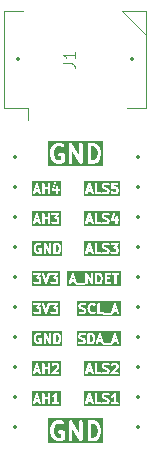
<source format=gto>
%TF.GenerationSoftware,KiCad,Pcbnew,8.0.1*%
%TF.CreationDate,2024-05-08T00:25:35+01:00*%
%TF.ProjectId,hexpansion-breadboard-adapter,68657870-616e-4736-996f-6e2d62726561,rev?*%
%TF.SameCoordinates,Original*%
%TF.FileFunction,Legend,Top*%
%TF.FilePolarity,Positive*%
%FSLAX46Y46*%
G04 Gerber Fmt 4.6, Leading zero omitted, Abs format (unit mm)*
G04 Created by KiCad (PCBNEW 8.0.1) date 2024-05-08 00:25:35*
%MOMM*%
%LPD*%
G01*
G04 APERTURE LIST*
%ADD10C,0.200000*%
%ADD11C,0.300000*%
%ADD12C,0.100000*%
%ADD13C,0.120000*%
%ADD14C,0.350000*%
G04 APERTURE END LIST*
D10*
G36*
X79679514Y-72875359D02*
G01*
X79727552Y-72921968D01*
X79753554Y-72971671D01*
X79787384Y-73100994D01*
X79788680Y-73191281D01*
X79757887Y-73320407D01*
X79731343Y-73376022D01*
X79683062Y-73425783D01*
X79608422Y-73451806D01*
X79529916Y-73452524D01*
X79528506Y-72850795D01*
X79600241Y-72850138D01*
X79679514Y-72875359D01*
G37*
G36*
X80087292Y-73751695D02*
G01*
X77553958Y-73751695D01*
X77553958Y-73094552D01*
X77653958Y-73094552D01*
X77655528Y-73203938D01*
X77654076Y-73213700D01*
X77655839Y-73225626D01*
X77655879Y-73228347D01*
X77656443Y-73229710D01*
X77656944Y-73233092D01*
X77694946Y-73378365D01*
X77695605Y-73387632D01*
X77701184Y-73402213D01*
X77701635Y-73403934D01*
X77702065Y-73404515D01*
X77702611Y-73405940D01*
X77742677Y-73482528D01*
X77747001Y-73492966D01*
X77750137Y-73496787D01*
X77751149Y-73498721D01*
X77753145Y-73500452D01*
X77759438Y-73508119D01*
X77826456Y-73573145D01*
X77827340Y-73574912D01*
X77836171Y-73582571D01*
X77850781Y-73596747D01*
X77854100Y-73598122D01*
X77856816Y-73600477D01*
X77874716Y-73608468D01*
X77989752Y-73645067D01*
X78001116Y-73649774D01*
X78006085Y-73650263D01*
X78008118Y-73650910D01*
X78010751Y-73650722D01*
X78020625Y-73651695D01*
X78098401Y-73650133D01*
X78109323Y-73650910D01*
X78114124Y-73649818D01*
X78116325Y-73649774D01*
X78118767Y-73648762D01*
X78128439Y-73646563D01*
X78228494Y-73611679D01*
X78230610Y-73611679D01*
X78241859Y-73607019D01*
X78260624Y-73600477D01*
X78263339Y-73598121D01*
X78266658Y-73596747D01*
X78281812Y-73584311D01*
X78332344Y-73531061D01*
X78347276Y-73495013D01*
X78349197Y-73475504D01*
X78347276Y-73189329D01*
X78332344Y-73153281D01*
X78304754Y-73125691D01*
X78268706Y-73110759D01*
X78249197Y-73108838D01*
X78077307Y-73110759D01*
X78041259Y-73125691D01*
X78013669Y-73153281D01*
X77998737Y-73189329D01*
X77998737Y-73228347D01*
X78013669Y-73264395D01*
X78041259Y-73291985D01*
X78077307Y-73306917D01*
X78096816Y-73308838D01*
X78149864Y-73308245D01*
X78150673Y-73428774D01*
X78084206Y-73451948D01*
X78039719Y-73452841D01*
X77961734Y-73428030D01*
X77913697Y-73381420D01*
X77887695Y-73331716D01*
X77853865Y-73202395D01*
X77852569Y-73112108D01*
X77883362Y-72982982D01*
X77909905Y-72927368D01*
X77958185Y-72877607D01*
X78033018Y-72851517D01*
X78109631Y-72850417D01*
X78184688Y-72886239D01*
X78223608Y-72889005D01*
X78260624Y-72876666D01*
X78290101Y-72851102D01*
X78307550Y-72816203D01*
X78310316Y-72777283D01*
X78301786Y-72751695D01*
X78492054Y-72751695D01*
X78493975Y-73571204D01*
X78508907Y-73607252D01*
X78536497Y-73634842D01*
X78572545Y-73649774D01*
X78611563Y-73649774D01*
X78647611Y-73634842D01*
X78675201Y-73607252D01*
X78690133Y-73571204D01*
X78692054Y-73551695D01*
X78691053Y-73124964D01*
X78961116Y-73595342D01*
X78966050Y-73607252D01*
X78970522Y-73611724D01*
X78973720Y-73617294D01*
X78984234Y-73625436D01*
X78993640Y-73634842D01*
X78999530Y-73637281D01*
X79004569Y-73641184D01*
X79017396Y-73644682D01*
X79029688Y-73649774D01*
X79036064Y-73649774D01*
X79042213Y-73651451D01*
X79055406Y-73649774D01*
X79068706Y-73649774D01*
X79074594Y-73647334D01*
X79080919Y-73646531D01*
X79092468Y-73639930D01*
X79104754Y-73634842D01*
X79109261Y-73630334D01*
X79114796Y-73627172D01*
X79122938Y-73616657D01*
X79132344Y-73607252D01*
X79134783Y-73601361D01*
X79138686Y-73596323D01*
X79142184Y-73583494D01*
X79147276Y-73571204D01*
X79148258Y-73561226D01*
X79148953Y-73558680D01*
X79148702Y-73556712D01*
X79149197Y-73551695D01*
X79147322Y-72751695D01*
X79330149Y-72751695D01*
X79332070Y-73571204D01*
X79347002Y-73607252D01*
X79374592Y-73634842D01*
X79410640Y-73649774D01*
X79430149Y-73651695D01*
X79619768Y-73649960D01*
X79633132Y-73650910D01*
X79638043Y-73649793D01*
X79640134Y-73649774D01*
X79642576Y-73648762D01*
X79652248Y-73646563D01*
X79752306Y-73611678D01*
X79754421Y-73611678D01*
X79765665Y-73607020D01*
X79784434Y-73600477D01*
X79787149Y-73598122D01*
X79790469Y-73596747D01*
X79805622Y-73584310D01*
X79881044Y-73506575D01*
X79890101Y-73498721D01*
X79892752Y-73494508D01*
X79894249Y-73492966D01*
X79895260Y-73490524D01*
X79900544Y-73482130D01*
X79934696Y-73410572D01*
X79939615Y-73403934D01*
X79944824Y-73389350D01*
X79945645Y-73387632D01*
X79945696Y-73386911D01*
X79946210Y-73385473D01*
X79981387Y-73237962D01*
X79985371Y-73228347D01*
X79986559Y-73216276D01*
X79987174Y-73213700D01*
X79986956Y-73212241D01*
X79987292Y-73208838D01*
X79985721Y-73099451D01*
X79987174Y-73089690D01*
X79985410Y-73077763D01*
X79985371Y-73075043D01*
X79984806Y-73073679D01*
X79984306Y-73070298D01*
X79946303Y-72925024D01*
X79945645Y-72915759D01*
X79940065Y-72901177D01*
X79939615Y-72899456D01*
X79939184Y-72898874D01*
X79938639Y-72897450D01*
X79898571Y-72820860D01*
X79894248Y-72810423D01*
X79891112Y-72806601D01*
X79890101Y-72804669D01*
X79888106Y-72802938D01*
X79881812Y-72795269D01*
X79814793Y-72730244D01*
X79813910Y-72728478D01*
X79805074Y-72720814D01*
X79790468Y-72706643D01*
X79787149Y-72705268D01*
X79784434Y-72702913D01*
X79766534Y-72694922D01*
X79651497Y-72658322D01*
X79640134Y-72653616D01*
X79635164Y-72653126D01*
X79633132Y-72652480D01*
X79630498Y-72652667D01*
X79620625Y-72651695D01*
X79410640Y-72653616D01*
X79374592Y-72668548D01*
X79347002Y-72696138D01*
X79332070Y-72732186D01*
X79330149Y-72751695D01*
X79147322Y-72751695D01*
X79147276Y-72732186D01*
X79132344Y-72696138D01*
X79104754Y-72668548D01*
X79068706Y-72653616D01*
X79029688Y-72653616D01*
X78993640Y-72668548D01*
X78966050Y-72696138D01*
X78951118Y-72732186D01*
X78949197Y-72751695D01*
X78950197Y-73178425D01*
X78680134Y-72708047D01*
X78675201Y-72696138D01*
X78670728Y-72691665D01*
X78667531Y-72686096D01*
X78657016Y-72677953D01*
X78647611Y-72668548D01*
X78641720Y-72666108D01*
X78636682Y-72662206D01*
X78623853Y-72658707D01*
X78611563Y-72653616D01*
X78605188Y-72653616D01*
X78599039Y-72651939D01*
X78585846Y-72653616D01*
X78572545Y-72653616D01*
X78566656Y-72656055D01*
X78560332Y-72656859D01*
X78548782Y-72663459D01*
X78536497Y-72668548D01*
X78531989Y-72673055D01*
X78526455Y-72676218D01*
X78518312Y-72686732D01*
X78508907Y-72696138D01*
X78506467Y-72702028D01*
X78502565Y-72707067D01*
X78499066Y-72719895D01*
X78493975Y-72732186D01*
X78492992Y-72742163D01*
X78492298Y-72744710D01*
X78492548Y-72746677D01*
X78492054Y-72751695D01*
X78301786Y-72751695D01*
X78297977Y-72740267D01*
X78272413Y-72710790D01*
X78255822Y-72700347D01*
X78191630Y-72669710D01*
X78190468Y-72668548D01*
X78180831Y-72664556D01*
X78161324Y-72655246D01*
X78157740Y-72654991D01*
X78154420Y-72653616D01*
X78134911Y-72651695D01*
X78020239Y-72653341D01*
X78008118Y-72652480D01*
X78003257Y-72653585D01*
X78001116Y-72653616D01*
X77998673Y-72654627D01*
X77989003Y-72656827D01*
X77888946Y-72691711D01*
X77886830Y-72691711D01*
X77875579Y-72696371D01*
X77856816Y-72702913D01*
X77854100Y-72705268D01*
X77850782Y-72706643D01*
X77835628Y-72719079D01*
X77760208Y-72796811D01*
X77751149Y-72804669D01*
X77748496Y-72808882D01*
X77747002Y-72810423D01*
X77745991Y-72812862D01*
X77740706Y-72821259D01*
X77706554Y-72892816D01*
X77701635Y-72899456D01*
X77696423Y-72914043D01*
X77695605Y-72915759D01*
X77695553Y-72916478D01*
X77695040Y-72917917D01*
X77659862Y-73065427D01*
X77655879Y-73075043D01*
X77654690Y-73087113D01*
X77654076Y-73089690D01*
X77654293Y-73091148D01*
X77653958Y-73094552D01*
X77553958Y-73094552D01*
X77553958Y-72551695D01*
X80087292Y-72551695D01*
X80087292Y-73751695D01*
G37*
G36*
X77997478Y-85923782D02*
G01*
X77891424Y-85924290D01*
X77944142Y-85764954D01*
X77997478Y-85923782D01*
G37*
G36*
X79932989Y-86451695D02*
G01*
X77478553Y-86451695D01*
X77478553Y-86239188D01*
X77578553Y-86239188D01*
X77581319Y-86278108D01*
X77598769Y-86313006D01*
X77628245Y-86338572D01*
X77665261Y-86350910D01*
X77704181Y-86348144D01*
X77739079Y-86330694D01*
X77764645Y-86301218D01*
X77772636Y-86283318D01*
X77825752Y-86122778D01*
X78063919Y-86121636D01*
X78124224Y-86301218D01*
X78149789Y-86330695D01*
X78184688Y-86348144D01*
X78223608Y-86350910D01*
X78260624Y-86338572D01*
X78290100Y-86313007D01*
X78307550Y-86278108D01*
X78310316Y-86239188D01*
X78305969Y-86220072D01*
X78047942Y-85451695D01*
X78377768Y-85451695D01*
X78379689Y-86271204D01*
X78394621Y-86307252D01*
X78422211Y-86334842D01*
X78458259Y-86349774D01*
X78497277Y-86349774D01*
X78533325Y-86334842D01*
X78560915Y-86307252D01*
X78575847Y-86271204D01*
X78577768Y-86251695D01*
X78577019Y-85932246D01*
X78836035Y-85931203D01*
X78836832Y-86271204D01*
X78851764Y-86307252D01*
X78879354Y-86334842D01*
X78915402Y-86349774D01*
X78954420Y-86349774D01*
X78990468Y-86334842D01*
X79018058Y-86307252D01*
X79032990Y-86271204D01*
X79034911Y-86251695D01*
X79033542Y-85667758D01*
X79178552Y-85667758D01*
X79181318Y-85706678D01*
X79198767Y-85741577D01*
X79228243Y-85767142D01*
X79265259Y-85779481D01*
X79304179Y-85776715D01*
X79322488Y-85769709D01*
X79399076Y-85729641D01*
X79406982Y-85726367D01*
X79407982Y-86153012D01*
X79258258Y-86153616D01*
X79222210Y-86168548D01*
X79194620Y-86196138D01*
X79179688Y-86232186D01*
X79179688Y-86271204D01*
X79194620Y-86307252D01*
X79222210Y-86334842D01*
X79258258Y-86349774D01*
X79277767Y-86351695D01*
X79754419Y-86349774D01*
X79790467Y-86334842D01*
X79818057Y-86307252D01*
X79832989Y-86271204D01*
X79832989Y-86232186D01*
X79818057Y-86196138D01*
X79790467Y-86168548D01*
X79754419Y-86153616D01*
X79734910Y-86151695D01*
X79606105Y-86152214D01*
X79604485Y-85460960D01*
X79606339Y-85451591D01*
X79604441Y-85442102D01*
X79604418Y-85432186D01*
X79600628Y-85423036D01*
X79598687Y-85413331D01*
X79593235Y-85405191D01*
X79589486Y-85396138D01*
X79582485Y-85389137D01*
X79576976Y-85380910D01*
X79568821Y-85375473D01*
X79561896Y-85368548D01*
X79552751Y-85364760D01*
X79544512Y-85359267D01*
X79534899Y-85357365D01*
X79525848Y-85353616D01*
X79515946Y-85353616D01*
X79506235Y-85351695D01*
X79496630Y-85353616D01*
X79486830Y-85353616D01*
X79477680Y-85357405D01*
X79467975Y-85359347D01*
X79459835Y-85364798D01*
X79450782Y-85368548D01*
X79443781Y-85375548D01*
X79435554Y-85381058D01*
X79423265Y-85396064D01*
X79423192Y-85396138D01*
X79423178Y-85396170D01*
X79423134Y-85396225D01*
X79357635Y-85497126D01*
X79297968Y-85558623D01*
X79216456Y-85601266D01*
X79190891Y-85630742D01*
X79178552Y-85667758D01*
X79033542Y-85667758D01*
X79032990Y-85432186D01*
X79018058Y-85396138D01*
X78990468Y-85368548D01*
X78954420Y-85353616D01*
X78915402Y-85353616D01*
X78879354Y-85368548D01*
X78851764Y-85396138D01*
X78836832Y-85432186D01*
X78834911Y-85451695D01*
X78835570Y-85733047D01*
X78576554Y-85734091D01*
X78575847Y-85432186D01*
X78560915Y-85396138D01*
X78533325Y-85368548D01*
X78497277Y-85353616D01*
X78458259Y-85353616D01*
X78422211Y-85368548D01*
X78394621Y-85396138D01*
X78379689Y-85432186D01*
X78377768Y-85451695D01*
X78047942Y-85451695D01*
X78041370Y-85432124D01*
X78040884Y-85425283D01*
X78035368Y-85414253D01*
X78031312Y-85402172D01*
X78026627Y-85396770D01*
X78023434Y-85390384D01*
X78013965Y-85382171D01*
X78005747Y-85372696D01*
X77999355Y-85369499D01*
X77993958Y-85364819D01*
X77982064Y-85360854D01*
X77970848Y-85355246D01*
X77963720Y-85354739D01*
X77956942Y-85352480D01*
X77944435Y-85353368D01*
X77931928Y-85352480D01*
X77925149Y-85354739D01*
X77918022Y-85355246D01*
X77906809Y-85360852D01*
X77894912Y-85364818D01*
X77889512Y-85369501D01*
X77883123Y-85372696D01*
X77874907Y-85382167D01*
X77865436Y-85390383D01*
X77862241Y-85396772D01*
X77857558Y-85402172D01*
X77849567Y-85420072D01*
X77658941Y-85996220D01*
X77655879Y-86003614D01*
X77655879Y-86005476D01*
X77578553Y-86239188D01*
X77478553Y-86239188D01*
X77478553Y-85251695D01*
X79932989Y-85251695D01*
X79932989Y-86451695D01*
G37*
G36*
X79858720Y-76291695D02*
G01*
X77517784Y-76291695D01*
X77517784Y-76035012D01*
X77617784Y-76035012D01*
X77632715Y-76071060D01*
X77645151Y-76086214D01*
X77686212Y-76125180D01*
X77692647Y-76132600D01*
X77696755Y-76135185D01*
X77698399Y-76136746D01*
X77700839Y-76137756D01*
X77709237Y-76143043D01*
X77773429Y-76173679D01*
X77774592Y-76174842D01*
X77784233Y-76178835D01*
X77803737Y-76188144D01*
X77807319Y-76188398D01*
X77810640Y-76189774D01*
X77830149Y-76191695D01*
X78043608Y-76190042D01*
X78046212Y-76190910D01*
X78060236Y-76189913D01*
X78078229Y-76189774D01*
X78081549Y-76188398D01*
X78085132Y-76188144D01*
X78103441Y-76181138D01*
X78180029Y-76141070D01*
X78190469Y-76136747D01*
X78194291Y-76133610D01*
X78196222Y-76132600D01*
X78197951Y-76130606D01*
X78205623Y-76124310D01*
X78244583Y-76083253D01*
X78252006Y-76076816D01*
X78254594Y-76072703D01*
X78256154Y-76071060D01*
X78257164Y-76068621D01*
X78262449Y-76060225D01*
X78293085Y-75996033D01*
X78294248Y-75994871D01*
X78298239Y-75985234D01*
X78307550Y-75965727D01*
X78307804Y-75962143D01*
X78309180Y-75958823D01*
X78311101Y-75939314D01*
X78309495Y-75763807D01*
X78310316Y-75761346D01*
X78309348Y-75747730D01*
X78309180Y-75729329D01*
X78307804Y-75726008D01*
X78307550Y-75722426D01*
X78300544Y-75704117D01*
X78260476Y-75627527D01*
X78256153Y-75617089D01*
X78253016Y-75613267D01*
X78252006Y-75611336D01*
X78250010Y-75609605D01*
X78243716Y-75601936D01*
X78202659Y-75562974D01*
X78196222Y-75555552D01*
X78192111Y-75552964D01*
X78190468Y-75551405D01*
X78188028Y-75550394D01*
X78179632Y-75545109D01*
X78138378Y-75525420D01*
X78283792Y-75357707D01*
X78294248Y-75347252D01*
X78295519Y-75344181D01*
X78297760Y-75341598D01*
X78302963Y-75326211D01*
X78309180Y-75311204D01*
X78309180Y-75307829D01*
X78310260Y-75304636D01*
X78310231Y-75304202D01*
X78340458Y-75304202D01*
X78344805Y-75323318D01*
X78609404Y-76111265D01*
X78609891Y-76118108D01*
X78615406Y-76129139D01*
X78619463Y-76141218D01*
X78624146Y-76146617D01*
X78627341Y-76153007D01*
X78636812Y-76161222D01*
X78645028Y-76170694D01*
X78651417Y-76173888D01*
X78656817Y-76178572D01*
X78668714Y-76182537D01*
X78679927Y-76188144D01*
X78687054Y-76188650D01*
X78693833Y-76190910D01*
X78706340Y-76190021D01*
X78718847Y-76190910D01*
X78725625Y-76188650D01*
X78732753Y-76188144D01*
X78743969Y-76182535D01*
X78755863Y-76178571D01*
X78761260Y-76173890D01*
X78767652Y-76170694D01*
X78775870Y-76161218D01*
X78785339Y-76153006D01*
X78788532Y-76146619D01*
X78793217Y-76141218D01*
X78801208Y-76123318D01*
X79067905Y-75317245D01*
X79080335Y-75347252D01*
X79107925Y-75374842D01*
X79143973Y-75389774D01*
X79163482Y-75391695D01*
X79440560Y-75390660D01*
X79319362Y-75530444D01*
X79308907Y-75540900D01*
X79307635Y-75543970D01*
X79305395Y-75546554D01*
X79300190Y-75561942D01*
X79293975Y-75576948D01*
X79293975Y-75580321D01*
X79292895Y-75583515D01*
X79293975Y-75599717D01*
X79293975Y-75615966D01*
X79295265Y-75619081D01*
X79295490Y-75622447D01*
X79302690Y-75637007D01*
X79308907Y-75652014D01*
X79311291Y-75654398D01*
X79312787Y-75657422D01*
X79325012Y-75668119D01*
X79336497Y-75679604D01*
X79339611Y-75680894D01*
X79342151Y-75683116D01*
X79357539Y-75688320D01*
X79372545Y-75694536D01*
X79377304Y-75695004D01*
X79379112Y-75695616D01*
X79381736Y-75695441D01*
X79392054Y-75696457D01*
X79481060Y-75695179D01*
X79521561Y-75714508D01*
X79537696Y-75729819D01*
X79558917Y-75770384D01*
X79560226Y-75913555D01*
X79540667Y-75954536D01*
X79525357Y-75970671D01*
X79484851Y-75991861D01*
X79303657Y-75993264D01*
X79262543Y-75973642D01*
X79219040Y-75932357D01*
X79182992Y-75917426D01*
X79143974Y-75917425D01*
X79107926Y-75932356D01*
X79080335Y-75959946D01*
X79065404Y-75995994D01*
X79065403Y-76035012D01*
X79080334Y-76071060D01*
X79092770Y-76086214D01*
X79133831Y-76125180D01*
X79140266Y-76132600D01*
X79144374Y-76135185D01*
X79146018Y-76136746D01*
X79148458Y-76137756D01*
X79156856Y-76143043D01*
X79221048Y-76173679D01*
X79222211Y-76174842D01*
X79231852Y-76178835D01*
X79251356Y-76188144D01*
X79254938Y-76188398D01*
X79258259Y-76189774D01*
X79277768Y-76191695D01*
X79491227Y-76190042D01*
X79493831Y-76190910D01*
X79507855Y-76189913D01*
X79525848Y-76189774D01*
X79529168Y-76188398D01*
X79532751Y-76188144D01*
X79551060Y-76181138D01*
X79627648Y-76141070D01*
X79638088Y-76136747D01*
X79641910Y-76133610D01*
X79643841Y-76132600D01*
X79645570Y-76130606D01*
X79653242Y-76124310D01*
X79692202Y-76083253D01*
X79699625Y-76076816D01*
X79702213Y-76072703D01*
X79703773Y-76071060D01*
X79704783Y-76068621D01*
X79710068Y-76060225D01*
X79740704Y-75996033D01*
X79741867Y-75994871D01*
X79745858Y-75985234D01*
X79755169Y-75965727D01*
X79755423Y-75962143D01*
X79756799Y-75958823D01*
X79758720Y-75939314D01*
X79757114Y-75763807D01*
X79757935Y-75761346D01*
X79756967Y-75747730D01*
X79756799Y-75729329D01*
X79755423Y-75726008D01*
X79755169Y-75722426D01*
X79748163Y-75704117D01*
X79708095Y-75627527D01*
X79703772Y-75617089D01*
X79700635Y-75613267D01*
X79699625Y-75611336D01*
X79697629Y-75609605D01*
X79691335Y-75601936D01*
X79650278Y-75562974D01*
X79643841Y-75555552D01*
X79639730Y-75552964D01*
X79638087Y-75551405D01*
X79635647Y-75550394D01*
X79627251Y-75545109D01*
X79585997Y-75525420D01*
X79731411Y-75357707D01*
X79741867Y-75347252D01*
X79743138Y-75344181D01*
X79745379Y-75341598D01*
X79750582Y-75326211D01*
X79756799Y-75311204D01*
X79756799Y-75307829D01*
X79757879Y-75304636D01*
X79756799Y-75288433D01*
X79756799Y-75272186D01*
X79755508Y-75269070D01*
X79755284Y-75265705D01*
X79748079Y-75251136D01*
X79741867Y-75236138D01*
X79739484Y-75233755D01*
X79737988Y-75230729D01*
X79725749Y-75220020D01*
X79714277Y-75208548D01*
X79711164Y-75207258D01*
X79708624Y-75205036D01*
X79693232Y-75199830D01*
X79678229Y-75193616D01*
X79673469Y-75193147D01*
X79671662Y-75192536D01*
X79669037Y-75192710D01*
X79658720Y-75191695D01*
X79143973Y-75193616D01*
X79107925Y-75208548D01*
X79080335Y-75236138D01*
X79068802Y-75263977D01*
X79052005Y-75230383D01*
X79022529Y-75204818D01*
X78985513Y-75192480D01*
X78946593Y-75195246D01*
X78911694Y-75212695D01*
X78886129Y-75242172D01*
X78878138Y-75260072D01*
X78706632Y-75778435D01*
X78526550Y-75242172D01*
X78500984Y-75212696D01*
X78466086Y-75195246D01*
X78427166Y-75192480D01*
X78390150Y-75204818D01*
X78360674Y-75230384D01*
X78343224Y-75265282D01*
X78340458Y-75304202D01*
X78310231Y-75304202D01*
X78309180Y-75288433D01*
X78309180Y-75272186D01*
X78307889Y-75269070D01*
X78307665Y-75265705D01*
X78300460Y-75251136D01*
X78294248Y-75236138D01*
X78291865Y-75233755D01*
X78290369Y-75230729D01*
X78278130Y-75220020D01*
X78266658Y-75208548D01*
X78263545Y-75207258D01*
X78261005Y-75205036D01*
X78245613Y-75199830D01*
X78230610Y-75193616D01*
X78225850Y-75193147D01*
X78224043Y-75192536D01*
X78221418Y-75192710D01*
X78211101Y-75191695D01*
X77696354Y-75193616D01*
X77660306Y-75208548D01*
X77632716Y-75236138D01*
X77617784Y-75272186D01*
X77617784Y-75311204D01*
X77632716Y-75347252D01*
X77660306Y-75374842D01*
X77696354Y-75389774D01*
X77715863Y-75391695D01*
X77992941Y-75390660D01*
X77871743Y-75530444D01*
X77861288Y-75540900D01*
X77860016Y-75543970D01*
X77857776Y-75546554D01*
X77852571Y-75561942D01*
X77846356Y-75576948D01*
X77846356Y-75580321D01*
X77845276Y-75583515D01*
X77846356Y-75599717D01*
X77846356Y-75615966D01*
X77847646Y-75619081D01*
X77847871Y-75622447D01*
X77855071Y-75637007D01*
X77861288Y-75652014D01*
X77863672Y-75654398D01*
X77865168Y-75657422D01*
X77877393Y-75668119D01*
X77888878Y-75679604D01*
X77891992Y-75680894D01*
X77894532Y-75683116D01*
X77909920Y-75688320D01*
X77924926Y-75694536D01*
X77929685Y-75695004D01*
X77931493Y-75695616D01*
X77934117Y-75695441D01*
X77944435Y-75696457D01*
X78033441Y-75695179D01*
X78073942Y-75714508D01*
X78090077Y-75729819D01*
X78111298Y-75770384D01*
X78112607Y-75913555D01*
X78093048Y-75954536D01*
X78077738Y-75970671D01*
X78037232Y-75991861D01*
X77856038Y-75993264D01*
X77814924Y-75973642D01*
X77771421Y-75932357D01*
X77735373Y-75917426D01*
X77696355Y-75917425D01*
X77660307Y-75932356D01*
X77632716Y-75959946D01*
X77617785Y-75995994D01*
X77617784Y-76035012D01*
X77517784Y-76035012D01*
X77517784Y-75091695D01*
X79858720Y-75091695D01*
X79858720Y-76291695D01*
G37*
D11*
G36*
X82853829Y-88035296D02*
G01*
X82954541Y-88133529D01*
X83007971Y-88236434D01*
X83073189Y-88487782D01*
X83075298Y-88665995D01*
X83014938Y-88916906D01*
X82961055Y-89028910D01*
X82860095Y-89132419D01*
X82705318Y-89185960D01*
X82515659Y-89187375D01*
X82513392Y-87984728D01*
X82692060Y-87983395D01*
X82853829Y-88035296D01*
G37*
G36*
X83539749Y-89652495D02*
G01*
X78906415Y-89652495D01*
X78906415Y-88478685D01*
X79073082Y-88478685D01*
X79075523Y-88685042D01*
X79073259Y-88700262D01*
X79075916Y-88718232D01*
X79075964Y-88722235D01*
X79076811Y-88724279D01*
X79077561Y-88729351D01*
X79148818Y-89003971D01*
X79149837Y-89018304D01*
X79158225Y-89040224D01*
X79158882Y-89042756D01*
X79159526Y-89043626D01*
X79160346Y-89045767D01*
X79234356Y-89188310D01*
X79241218Y-89204877D01*
X79245953Y-89210647D01*
X79247440Y-89213510D01*
X79250433Y-89216106D01*
X79259873Y-89227608D01*
X79388790Y-89353353D01*
X79390297Y-89356367D01*
X79404582Y-89368757D01*
X79425460Y-89389121D01*
X79430439Y-89391183D01*
X79434511Y-89394715D01*
X79461362Y-89406703D01*
X79675991Y-89475561D01*
X79693818Y-89482946D01*
X79701306Y-89483683D01*
X79704322Y-89484651D01*
X79708276Y-89484369D01*
X79723082Y-89485828D01*
X79867289Y-89483413D01*
X79884699Y-89484651D01*
X79891958Y-89483000D01*
X79895203Y-89482946D01*
X79898860Y-89481430D01*
X79913373Y-89478131D01*
X80105936Y-89411518D01*
X80109489Y-89411518D01*
X80127483Y-89404064D01*
X80154510Y-89394715D01*
X80158583Y-89391181D01*
X80163561Y-89389120D01*
X80186292Y-89370465D01*
X80276374Y-89276306D01*
X80296545Y-89227608D01*
X80298771Y-89222235D01*
X80301653Y-89192971D01*
X80298771Y-88663707D01*
X80276373Y-88609635D01*
X80234989Y-88568251D01*
X80180917Y-88545853D01*
X80151653Y-88542971D01*
X79836675Y-88545853D01*
X79782603Y-88568251D01*
X79741219Y-88609635D01*
X79718821Y-88663707D01*
X79718821Y-88722235D01*
X79741219Y-88776307D01*
X79782603Y-88817691D01*
X79836675Y-88840089D01*
X79865939Y-88842971D01*
X80002462Y-88841721D01*
X80004034Y-89130338D01*
X80001594Y-89132888D01*
X79847674Y-89186133D01*
X79752447Y-89187728D01*
X79592332Y-89136359D01*
X79491623Y-89038127D01*
X79438192Y-88935220D01*
X79372974Y-88683873D01*
X79370865Y-88505660D01*
X79431225Y-88254749D01*
X79485108Y-88142746D01*
X79586071Y-88039236D01*
X79741075Y-87985615D01*
X79898879Y-87983747D01*
X80040606Y-88051930D01*
X80098986Y-88056079D01*
X80154508Y-88037572D01*
X80198724Y-87999225D01*
X80224898Y-87946876D01*
X80229047Y-87888496D01*
X80211491Y-87835828D01*
X80644510Y-87835828D01*
X80647392Y-89365092D01*
X80669790Y-89419164D01*
X80711174Y-89460548D01*
X80765246Y-89482946D01*
X80823774Y-89482946D01*
X80877846Y-89460548D01*
X80919230Y-89419164D01*
X80941628Y-89365092D01*
X80944510Y-89335828D01*
X80942738Y-88395711D01*
X81519487Y-89401189D01*
X81526933Y-89419164D01*
X81533651Y-89425882D01*
X81538438Y-89434227D01*
X81554211Y-89446442D01*
X81568317Y-89460548D01*
X81577150Y-89464206D01*
X81584712Y-89470063D01*
X81603960Y-89475312D01*
X81622389Y-89482946D01*
X81631951Y-89482946D01*
X81641176Y-89485462D01*
X81660967Y-89482946D01*
X81680917Y-89482946D01*
X81689750Y-89479286D01*
X81699236Y-89478081D01*
X81716558Y-89468182D01*
X81734989Y-89460548D01*
X81741749Y-89453787D01*
X81750052Y-89449043D01*
X81762265Y-89433271D01*
X81776373Y-89419164D01*
X81780032Y-89410328D01*
X81785887Y-89402769D01*
X81791135Y-89383524D01*
X81798771Y-89365092D01*
X81800244Y-89350127D01*
X81801287Y-89346306D01*
X81800911Y-89343354D01*
X81801653Y-89335828D01*
X81798826Y-87835828D01*
X82215939Y-87835828D01*
X82218821Y-89365092D01*
X82241219Y-89419164D01*
X82282603Y-89460548D01*
X82336675Y-89482946D01*
X82365939Y-89485828D01*
X82721131Y-89483178D01*
X82741842Y-89484651D01*
X82749238Y-89482969D01*
X82752346Y-89482946D01*
X82756003Y-89481430D01*
X82770516Y-89478131D01*
X82963079Y-89411518D01*
X82966631Y-89411518D01*
X82984627Y-89404063D01*
X83011653Y-89394715D01*
X83015724Y-89391183D01*
X83020704Y-89389121D01*
X83043434Y-89370466D01*
X83184454Y-89225885D01*
X83198724Y-89213510D01*
X83202724Y-89207154D01*
X83204946Y-89204877D01*
X83206461Y-89201217D01*
X83214389Y-89188624D01*
X83279531Y-89053216D01*
X83287282Y-89042756D01*
X83295125Y-89020801D01*
X83296327Y-89018304D01*
X83296403Y-89017223D01*
X83297175Y-89015065D01*
X83364043Y-88737096D01*
X83370200Y-88722235D01*
X83371988Y-88704069D01*
X83372905Y-88700262D01*
X83372579Y-88698074D01*
X83373082Y-88692971D01*
X83370640Y-88486613D01*
X83372905Y-88471394D01*
X83370247Y-88453423D01*
X83370200Y-88449421D01*
X83369352Y-88447376D01*
X83368603Y-88442305D01*
X83297345Y-88167684D01*
X83296327Y-88153352D01*
X83287938Y-88131428D01*
X83287282Y-88128900D01*
X83286637Y-88128030D01*
X83285818Y-88125888D01*
X83211809Y-87983348D01*
X83204946Y-87966778D01*
X83200209Y-87961006D01*
X83198724Y-87958146D01*
X83195731Y-87955550D01*
X83186291Y-87944048D01*
X83057374Y-87818304D01*
X83055867Y-87815290D01*
X83041577Y-87802896D01*
X83020703Y-87782536D01*
X83015723Y-87780473D01*
X83011653Y-87776943D01*
X82984802Y-87764954D01*
X82770180Y-87696097D01*
X82752346Y-87688710D01*
X82744854Y-87687972D01*
X82741843Y-87687006D01*
X82737893Y-87687286D01*
X82723082Y-87685828D01*
X82336675Y-87688710D01*
X82282603Y-87711108D01*
X82241219Y-87752492D01*
X82218821Y-87806564D01*
X82215939Y-87835828D01*
X81798826Y-87835828D01*
X81798771Y-87806564D01*
X81776373Y-87752492D01*
X81734989Y-87711108D01*
X81680917Y-87688710D01*
X81622389Y-87688710D01*
X81568317Y-87711108D01*
X81526933Y-87752492D01*
X81504535Y-87806564D01*
X81501653Y-87835828D01*
X81503424Y-88775943D01*
X80926675Y-87770466D01*
X80919230Y-87752492D01*
X80912511Y-87745773D01*
X80907725Y-87737429D01*
X80891953Y-87725215D01*
X80877846Y-87711108D01*
X80869010Y-87707448D01*
X80861451Y-87701594D01*
X80842206Y-87696345D01*
X80823774Y-87688710D01*
X80814212Y-87688710D01*
X80804987Y-87686194D01*
X80785196Y-87688710D01*
X80765246Y-87688710D01*
X80756412Y-87692369D01*
X80746927Y-87693575D01*
X80729604Y-87703473D01*
X80711174Y-87711108D01*
X80704413Y-87717868D01*
X80696111Y-87722613D01*
X80683897Y-87738384D01*
X80669790Y-87752492D01*
X80666130Y-87761327D01*
X80660276Y-87768887D01*
X80655027Y-87788131D01*
X80647392Y-87806564D01*
X80645918Y-87821530D01*
X80644876Y-87825351D01*
X80645251Y-87828302D01*
X80644510Y-87835828D01*
X80211491Y-87835828D01*
X80210539Y-87832973D01*
X80172193Y-87788758D01*
X80147307Y-87773093D01*
X80022782Y-87713186D01*
X80020704Y-87711108D01*
X80004572Y-87704426D01*
X79976987Y-87691155D01*
X79971612Y-87690773D01*
X79966632Y-87688710D01*
X79937368Y-87685828D01*
X79723376Y-87688360D01*
X79704321Y-87687006D01*
X79696992Y-87688672D01*
X79693818Y-87688710D01*
X79690156Y-87690226D01*
X79675647Y-87693526D01*
X79483087Y-87760139D01*
X79479533Y-87760139D01*
X79461524Y-87767598D01*
X79434511Y-87776943D01*
X79430441Y-87780472D01*
X79425460Y-87782536D01*
X79402730Y-87801191D01*
X79261708Y-87945771D01*
X79247440Y-87958146D01*
X79243439Y-87964501D01*
X79241218Y-87966779D01*
X79239702Y-87970438D01*
X79231775Y-87983032D01*
X79166632Y-88118439D01*
X79158882Y-88128900D01*
X79151038Y-88150854D01*
X79149837Y-88153352D01*
X79149760Y-88154432D01*
X79148989Y-88156591D01*
X79082120Y-88434559D01*
X79075964Y-88449421D01*
X79074175Y-88467586D01*
X79073259Y-88471394D01*
X79073584Y-88473581D01*
X79073082Y-88478685D01*
X78906415Y-88478685D01*
X78906415Y-87519161D01*
X83539749Y-87519161D01*
X83539749Y-89652495D01*
G37*
D10*
G36*
X82442478Y-70683779D02*
G01*
X82336424Y-70684287D01*
X82389142Y-70524951D01*
X82442478Y-70683779D01*
G37*
G36*
X84987514Y-71211692D02*
G01*
X81923553Y-71211692D01*
X81923553Y-70999185D01*
X82023553Y-70999185D01*
X82026319Y-71038105D01*
X82043769Y-71073003D01*
X82073245Y-71098569D01*
X82110261Y-71110907D01*
X82149181Y-71108141D01*
X82184079Y-71090691D01*
X82209645Y-71061215D01*
X82217636Y-71043315D01*
X82270752Y-70882775D01*
X82508919Y-70881633D01*
X82569224Y-71061215D01*
X82594789Y-71090692D01*
X82629688Y-71108141D01*
X82668608Y-71110907D01*
X82705624Y-71098569D01*
X82735100Y-71073004D01*
X82752550Y-71038105D01*
X82755316Y-70999185D01*
X82750969Y-70980069D01*
X82492942Y-70211692D01*
X82822768Y-70211692D01*
X82824689Y-71031201D01*
X82839621Y-71067249D01*
X82867211Y-71094839D01*
X82903259Y-71109771D01*
X82922768Y-71111692D01*
X83323229Y-71109771D01*
X83359277Y-71094839D01*
X83386867Y-71067249D01*
X83401799Y-71031201D01*
X83401799Y-70992183D01*
X83386867Y-70956135D01*
X83359277Y-70928545D01*
X83323229Y-70913613D01*
X83303720Y-70911692D01*
X83022536Y-70913040D01*
X83021250Y-70364073D01*
X83432291Y-70364073D01*
X83433541Y-70426360D01*
X83433076Y-70427756D01*
X83433763Y-70437430D01*
X83434212Y-70459772D01*
X83435587Y-70463092D01*
X83435842Y-70466676D01*
X83442849Y-70484985D01*
X83482918Y-70561578D01*
X83487240Y-70572011D01*
X83490374Y-70575830D01*
X83491387Y-70577766D01*
X83493384Y-70579498D01*
X83499676Y-70587165D01*
X83540734Y-70626128D01*
X83547170Y-70633549D01*
X83551280Y-70636136D01*
X83552924Y-70637696D01*
X83555364Y-70638706D01*
X83563761Y-70643992D01*
X83635321Y-70678145D01*
X83641958Y-70683063D01*
X83656537Y-70688271D01*
X83658259Y-70689093D01*
X83658981Y-70689144D01*
X83660419Y-70689658D01*
X83796243Y-70722048D01*
X83852276Y-70748791D01*
X83868410Y-70764102D01*
X83889875Y-70805134D01*
X83890466Y-70834546D01*
X83871381Y-70874533D01*
X83856071Y-70890668D01*
X83815506Y-70911889D01*
X83666960Y-70913248D01*
X83544798Y-70874382D01*
X83505878Y-70877148D01*
X83470979Y-70894598D01*
X83445414Y-70924074D01*
X83433076Y-70961090D01*
X83435842Y-71000010D01*
X83453292Y-71034909D01*
X83482768Y-71060474D01*
X83500668Y-71068465D01*
X83615704Y-71105064D01*
X83627068Y-71109771D01*
X83632037Y-71110260D01*
X83634070Y-71110907D01*
X83636703Y-71110719D01*
X83646577Y-71111692D01*
X83822083Y-71110086D01*
X83824545Y-71110907D01*
X83838160Y-71109939D01*
X83856562Y-71109771D01*
X83859882Y-71108395D01*
X83863465Y-71108141D01*
X83881774Y-71101135D01*
X83958362Y-71061067D01*
X83968802Y-71056744D01*
X83972624Y-71053607D01*
X83974555Y-71052597D01*
X83976284Y-71050603D01*
X83983956Y-71044307D01*
X84022916Y-71003250D01*
X84030339Y-70996813D01*
X84032927Y-70992700D01*
X84034487Y-70991057D01*
X84035497Y-70988618D01*
X84040782Y-70980222D01*
X84071418Y-70916030D01*
X84072581Y-70914868D01*
X84076572Y-70905231D01*
X84085883Y-70885724D01*
X84086137Y-70882140D01*
X84087513Y-70878820D01*
X84089434Y-70859311D01*
X84088183Y-70797022D01*
X84088649Y-70795627D01*
X84087961Y-70785952D01*
X84087513Y-70763611D01*
X84086137Y-70760290D01*
X84085883Y-70756707D01*
X84078877Y-70738399D01*
X84075800Y-70732517D01*
X84194981Y-70732517D01*
X84196117Y-70748501D01*
X84196117Y-70764534D01*
X84197492Y-70767854D01*
X84197747Y-70771437D01*
X84204912Y-70785767D01*
X84211049Y-70800582D01*
X84213590Y-70803123D01*
X84215197Y-70806336D01*
X84227304Y-70816837D01*
X84238639Y-70828172D01*
X84241957Y-70829546D01*
X84244673Y-70831902D01*
X84259883Y-70836972D01*
X84274687Y-70843104D01*
X84279786Y-70843606D01*
X84281688Y-70844240D01*
X84284322Y-70844052D01*
X84294196Y-70845025D01*
X84576419Y-70843971D01*
X84577070Y-71031201D01*
X84592002Y-71067249D01*
X84619592Y-71094839D01*
X84655640Y-71109771D01*
X84694658Y-71109771D01*
X84730706Y-71094839D01*
X84758296Y-71067249D01*
X84773228Y-71031201D01*
X84775149Y-71011692D01*
X84774563Y-70843232D01*
X84808944Y-70843104D01*
X84844992Y-70828172D01*
X84872582Y-70800582D01*
X84887514Y-70764534D01*
X84887514Y-70725516D01*
X84872582Y-70689468D01*
X84844992Y-70661878D01*
X84808944Y-70646946D01*
X84789435Y-70645025D01*
X84773875Y-70645083D01*
X84773228Y-70458849D01*
X84758296Y-70422801D01*
X84730706Y-70395211D01*
X84694658Y-70380279D01*
X84655640Y-70380279D01*
X84619592Y-70395211D01*
X84592002Y-70422801D01*
X84577070Y-70458849D01*
X84575149Y-70478358D01*
X84575730Y-70645822D01*
X84432047Y-70646358D01*
X84583888Y-70186105D01*
X84581122Y-70147185D01*
X84563672Y-70112286D01*
X84534196Y-70086721D01*
X84497180Y-70074382D01*
X84458260Y-70077148D01*
X84423362Y-70094598D01*
X84397796Y-70124074D01*
X84389805Y-70141974D01*
X84201882Y-70711596D01*
X84196117Y-70725516D01*
X84196117Y-70729073D01*
X84194981Y-70732517D01*
X84075800Y-70732517D01*
X84038807Y-70661805D01*
X84034486Y-70651372D01*
X84031350Y-70647552D01*
X84030339Y-70645618D01*
X84028341Y-70643885D01*
X84022049Y-70636219D01*
X83980995Y-70597260D01*
X83974556Y-70589835D01*
X83970442Y-70587245D01*
X83968801Y-70585688D01*
X83966364Y-70584678D01*
X83957966Y-70579392D01*
X83886404Y-70545237D01*
X83879767Y-70540320D01*
X83865185Y-70535110D01*
X83863466Y-70534290D01*
X83862745Y-70534238D01*
X83861307Y-70533725D01*
X83725483Y-70501335D01*
X83669447Y-70474590D01*
X83653316Y-70459282D01*
X83631849Y-70418248D01*
X83631258Y-70388836D01*
X83650343Y-70348849D01*
X83665654Y-70332715D01*
X83706219Y-70311494D01*
X83854765Y-70310135D01*
X83976927Y-70349002D01*
X84015847Y-70346236D01*
X84050746Y-70328786D01*
X84076311Y-70299310D01*
X84088649Y-70262294D01*
X84085883Y-70223374D01*
X84068433Y-70188476D01*
X84038957Y-70162910D01*
X84021057Y-70154919D01*
X83906021Y-70118320D01*
X83894658Y-70113613D01*
X83889688Y-70113123D01*
X83887656Y-70112477D01*
X83885022Y-70112664D01*
X83875149Y-70111692D01*
X83699640Y-70113297D01*
X83697179Y-70112477D01*
X83683563Y-70113444D01*
X83665163Y-70113613D01*
X83661842Y-70114988D01*
X83658259Y-70115243D01*
X83639951Y-70122249D01*
X83563357Y-70162318D01*
X83552924Y-70166640D01*
X83549104Y-70169775D01*
X83547170Y-70170787D01*
X83545437Y-70172784D01*
X83537771Y-70179077D01*
X83498812Y-70220130D01*
X83491387Y-70226570D01*
X83488797Y-70230683D01*
X83487240Y-70232325D01*
X83486230Y-70234761D01*
X83480944Y-70243160D01*
X83450306Y-70307353D01*
X83449144Y-70308516D01*
X83445152Y-70318152D01*
X83435842Y-70337660D01*
X83435587Y-70341243D01*
X83434212Y-70344564D01*
X83432291Y-70364073D01*
X83021250Y-70364073D01*
X83020847Y-70192183D01*
X83005915Y-70156135D01*
X82978325Y-70128545D01*
X82942277Y-70113613D01*
X82903259Y-70113613D01*
X82867211Y-70128545D01*
X82839621Y-70156135D01*
X82824689Y-70192183D01*
X82822768Y-70211692D01*
X82492942Y-70211692D01*
X82486370Y-70192121D01*
X82485884Y-70185280D01*
X82480368Y-70174250D01*
X82476312Y-70162169D01*
X82471627Y-70156767D01*
X82468434Y-70150381D01*
X82458965Y-70142168D01*
X82450747Y-70132693D01*
X82444355Y-70129496D01*
X82438958Y-70124816D01*
X82427064Y-70120851D01*
X82415848Y-70115243D01*
X82408720Y-70114736D01*
X82401942Y-70112477D01*
X82389435Y-70113365D01*
X82376928Y-70112477D01*
X82370149Y-70114736D01*
X82363022Y-70115243D01*
X82351809Y-70120849D01*
X82339912Y-70124815D01*
X82334512Y-70129498D01*
X82328123Y-70132693D01*
X82319907Y-70142164D01*
X82310436Y-70150380D01*
X82307241Y-70156769D01*
X82302558Y-70162169D01*
X82294567Y-70180069D01*
X82103941Y-70756217D01*
X82100879Y-70763611D01*
X82100879Y-70765473D01*
X82023553Y-70999185D01*
X81923553Y-70999185D01*
X81923553Y-69974382D01*
X84987514Y-69974382D01*
X84987514Y-71211692D01*
G37*
G36*
X79858720Y-78831695D02*
G01*
X77517784Y-78831695D01*
X77517784Y-78575012D01*
X77617784Y-78575012D01*
X77632715Y-78611060D01*
X77645151Y-78626214D01*
X77686212Y-78665180D01*
X77692647Y-78672600D01*
X77696755Y-78675185D01*
X77698399Y-78676746D01*
X77700839Y-78677756D01*
X77709237Y-78683043D01*
X77773429Y-78713679D01*
X77774592Y-78714842D01*
X77784233Y-78718835D01*
X77803737Y-78728144D01*
X77807319Y-78728398D01*
X77810640Y-78729774D01*
X77830149Y-78731695D01*
X78043608Y-78730042D01*
X78046212Y-78730910D01*
X78060236Y-78729913D01*
X78078229Y-78729774D01*
X78081549Y-78728398D01*
X78085132Y-78728144D01*
X78103441Y-78721138D01*
X78180029Y-78681070D01*
X78190469Y-78676747D01*
X78194291Y-78673610D01*
X78196222Y-78672600D01*
X78197951Y-78670606D01*
X78205623Y-78664310D01*
X78244583Y-78623253D01*
X78252006Y-78616816D01*
X78254594Y-78612703D01*
X78256154Y-78611060D01*
X78257164Y-78608621D01*
X78262449Y-78600225D01*
X78293085Y-78536033D01*
X78294248Y-78534871D01*
X78298239Y-78525234D01*
X78307550Y-78505727D01*
X78307804Y-78502143D01*
X78309180Y-78498823D01*
X78311101Y-78479314D01*
X78309495Y-78303807D01*
X78310316Y-78301346D01*
X78309348Y-78287730D01*
X78309180Y-78269329D01*
X78307804Y-78266008D01*
X78307550Y-78262426D01*
X78300544Y-78244117D01*
X78260476Y-78167527D01*
X78256153Y-78157089D01*
X78253016Y-78153267D01*
X78252006Y-78151336D01*
X78250010Y-78149605D01*
X78243716Y-78141936D01*
X78202659Y-78102974D01*
X78196222Y-78095552D01*
X78192111Y-78092964D01*
X78190468Y-78091405D01*
X78188028Y-78090394D01*
X78179632Y-78085109D01*
X78138378Y-78065420D01*
X78283792Y-77897707D01*
X78294248Y-77887252D01*
X78295519Y-77884181D01*
X78297760Y-77881598D01*
X78302963Y-77866211D01*
X78309180Y-77851204D01*
X78309180Y-77847829D01*
X78310260Y-77844636D01*
X78310231Y-77844202D01*
X78340458Y-77844202D01*
X78344805Y-77863318D01*
X78609404Y-78651265D01*
X78609891Y-78658108D01*
X78615406Y-78669139D01*
X78619463Y-78681218D01*
X78624146Y-78686617D01*
X78627341Y-78693007D01*
X78636812Y-78701222D01*
X78645028Y-78710694D01*
X78651417Y-78713888D01*
X78656817Y-78718572D01*
X78668714Y-78722537D01*
X78679927Y-78728144D01*
X78687054Y-78728650D01*
X78693833Y-78730910D01*
X78706340Y-78730021D01*
X78718847Y-78730910D01*
X78725625Y-78728650D01*
X78732753Y-78728144D01*
X78743969Y-78722535D01*
X78755863Y-78718571D01*
X78761260Y-78713890D01*
X78767652Y-78710694D01*
X78775870Y-78701218D01*
X78785339Y-78693006D01*
X78788532Y-78686619D01*
X78793217Y-78681218D01*
X78801208Y-78663318D01*
X79067905Y-77857245D01*
X79080335Y-77887252D01*
X79107925Y-77914842D01*
X79143973Y-77929774D01*
X79163482Y-77931695D01*
X79440560Y-77930660D01*
X79319362Y-78070444D01*
X79308907Y-78080900D01*
X79307635Y-78083970D01*
X79305395Y-78086554D01*
X79300190Y-78101942D01*
X79293975Y-78116948D01*
X79293975Y-78120321D01*
X79292895Y-78123515D01*
X79293975Y-78139717D01*
X79293975Y-78155966D01*
X79295265Y-78159081D01*
X79295490Y-78162447D01*
X79302690Y-78177007D01*
X79308907Y-78192014D01*
X79311291Y-78194398D01*
X79312787Y-78197422D01*
X79325012Y-78208119D01*
X79336497Y-78219604D01*
X79339611Y-78220894D01*
X79342151Y-78223116D01*
X79357539Y-78228320D01*
X79372545Y-78234536D01*
X79377304Y-78235004D01*
X79379112Y-78235616D01*
X79381736Y-78235441D01*
X79392054Y-78236457D01*
X79481060Y-78235179D01*
X79521561Y-78254508D01*
X79537696Y-78269819D01*
X79558917Y-78310384D01*
X79560226Y-78453555D01*
X79540667Y-78494536D01*
X79525357Y-78510671D01*
X79484851Y-78531861D01*
X79303657Y-78533264D01*
X79262543Y-78513642D01*
X79219040Y-78472357D01*
X79182992Y-78457426D01*
X79143974Y-78457425D01*
X79107926Y-78472356D01*
X79080335Y-78499946D01*
X79065404Y-78535994D01*
X79065403Y-78575012D01*
X79080334Y-78611060D01*
X79092770Y-78626214D01*
X79133831Y-78665180D01*
X79140266Y-78672600D01*
X79144374Y-78675185D01*
X79146018Y-78676746D01*
X79148458Y-78677756D01*
X79156856Y-78683043D01*
X79221048Y-78713679D01*
X79222211Y-78714842D01*
X79231852Y-78718835D01*
X79251356Y-78728144D01*
X79254938Y-78728398D01*
X79258259Y-78729774D01*
X79277768Y-78731695D01*
X79491227Y-78730042D01*
X79493831Y-78730910D01*
X79507855Y-78729913D01*
X79525848Y-78729774D01*
X79529168Y-78728398D01*
X79532751Y-78728144D01*
X79551060Y-78721138D01*
X79627648Y-78681070D01*
X79638088Y-78676747D01*
X79641910Y-78673610D01*
X79643841Y-78672600D01*
X79645570Y-78670606D01*
X79653242Y-78664310D01*
X79692202Y-78623253D01*
X79699625Y-78616816D01*
X79702213Y-78612703D01*
X79703773Y-78611060D01*
X79704783Y-78608621D01*
X79710068Y-78600225D01*
X79740704Y-78536033D01*
X79741867Y-78534871D01*
X79745858Y-78525234D01*
X79755169Y-78505727D01*
X79755423Y-78502143D01*
X79756799Y-78498823D01*
X79758720Y-78479314D01*
X79757114Y-78303807D01*
X79757935Y-78301346D01*
X79756967Y-78287730D01*
X79756799Y-78269329D01*
X79755423Y-78266008D01*
X79755169Y-78262426D01*
X79748163Y-78244117D01*
X79708095Y-78167527D01*
X79703772Y-78157089D01*
X79700635Y-78153267D01*
X79699625Y-78151336D01*
X79697629Y-78149605D01*
X79691335Y-78141936D01*
X79650278Y-78102974D01*
X79643841Y-78095552D01*
X79639730Y-78092964D01*
X79638087Y-78091405D01*
X79635647Y-78090394D01*
X79627251Y-78085109D01*
X79585997Y-78065420D01*
X79731411Y-77897707D01*
X79741867Y-77887252D01*
X79743138Y-77884181D01*
X79745379Y-77881598D01*
X79750582Y-77866211D01*
X79756799Y-77851204D01*
X79756799Y-77847829D01*
X79757879Y-77844636D01*
X79756799Y-77828433D01*
X79756799Y-77812186D01*
X79755508Y-77809070D01*
X79755284Y-77805705D01*
X79748079Y-77791136D01*
X79741867Y-77776138D01*
X79739484Y-77773755D01*
X79737988Y-77770729D01*
X79725749Y-77760020D01*
X79714277Y-77748548D01*
X79711164Y-77747258D01*
X79708624Y-77745036D01*
X79693232Y-77739830D01*
X79678229Y-77733616D01*
X79673469Y-77733147D01*
X79671662Y-77732536D01*
X79669037Y-77732710D01*
X79658720Y-77731695D01*
X79143973Y-77733616D01*
X79107925Y-77748548D01*
X79080335Y-77776138D01*
X79068802Y-77803977D01*
X79052005Y-77770383D01*
X79022529Y-77744818D01*
X78985513Y-77732480D01*
X78946593Y-77735246D01*
X78911694Y-77752695D01*
X78886129Y-77782172D01*
X78878138Y-77800072D01*
X78706632Y-78318435D01*
X78526550Y-77782172D01*
X78500984Y-77752696D01*
X78466086Y-77735246D01*
X78427166Y-77732480D01*
X78390150Y-77744818D01*
X78360674Y-77770384D01*
X78343224Y-77805282D01*
X78340458Y-77844202D01*
X78310231Y-77844202D01*
X78309180Y-77828433D01*
X78309180Y-77812186D01*
X78307889Y-77809070D01*
X78307665Y-77805705D01*
X78300460Y-77791136D01*
X78294248Y-77776138D01*
X78291865Y-77773755D01*
X78290369Y-77770729D01*
X78278130Y-77760020D01*
X78266658Y-77748548D01*
X78263545Y-77747258D01*
X78261005Y-77745036D01*
X78245613Y-77739830D01*
X78230610Y-77733616D01*
X78225850Y-77733147D01*
X78224043Y-77732536D01*
X78221418Y-77732710D01*
X78211101Y-77731695D01*
X77696354Y-77733616D01*
X77660306Y-77748548D01*
X77632716Y-77776138D01*
X77617784Y-77812186D01*
X77617784Y-77851204D01*
X77632716Y-77887252D01*
X77660306Y-77914842D01*
X77696354Y-77929774D01*
X77715863Y-77931695D01*
X77992941Y-77930660D01*
X77871743Y-78070444D01*
X77861288Y-78080900D01*
X77860016Y-78083970D01*
X77857776Y-78086554D01*
X77852571Y-78101942D01*
X77846356Y-78116948D01*
X77846356Y-78120321D01*
X77845276Y-78123515D01*
X77846356Y-78139717D01*
X77846356Y-78155966D01*
X77847646Y-78159081D01*
X77847871Y-78162447D01*
X77855071Y-78177007D01*
X77861288Y-78192014D01*
X77863672Y-78194398D01*
X77865168Y-78197422D01*
X77877393Y-78208119D01*
X77888878Y-78219604D01*
X77891992Y-78220894D01*
X77894532Y-78223116D01*
X77909920Y-78228320D01*
X77924926Y-78234536D01*
X77929685Y-78235004D01*
X77931493Y-78235616D01*
X77934117Y-78235441D01*
X77944435Y-78236457D01*
X78033441Y-78235179D01*
X78073942Y-78254508D01*
X78090077Y-78269819D01*
X78111298Y-78310384D01*
X78112607Y-78453555D01*
X78093048Y-78494536D01*
X78077738Y-78510671D01*
X78037232Y-78531861D01*
X77856038Y-78533264D01*
X77814924Y-78513642D01*
X77771421Y-78472357D01*
X77735373Y-78457426D01*
X77696355Y-78457425D01*
X77660307Y-78472356D01*
X77632716Y-78499946D01*
X77617785Y-78535994D01*
X77617784Y-78575012D01*
X77517784Y-78575012D01*
X77517784Y-77631695D01*
X79858720Y-77631695D01*
X79858720Y-78831695D01*
G37*
G36*
X82442478Y-83383779D02*
G01*
X82336424Y-83384287D01*
X82389142Y-83224951D01*
X82442478Y-83383779D01*
G37*
G36*
X84951339Y-83911692D02*
G01*
X81923553Y-83911692D01*
X81923553Y-83699185D01*
X82023553Y-83699185D01*
X82026319Y-83738105D01*
X82043769Y-83773003D01*
X82073245Y-83798569D01*
X82110261Y-83810907D01*
X82149181Y-83808141D01*
X82184079Y-83790691D01*
X82209645Y-83761215D01*
X82217636Y-83743315D01*
X82270752Y-83582775D01*
X82508919Y-83581633D01*
X82569224Y-83761215D01*
X82594789Y-83790692D01*
X82629688Y-83808141D01*
X82668608Y-83810907D01*
X82705624Y-83798569D01*
X82735100Y-83773004D01*
X82752550Y-83738105D01*
X82755316Y-83699185D01*
X82750969Y-83680069D01*
X82492942Y-82911692D01*
X82822768Y-82911692D01*
X82824689Y-83731201D01*
X82839621Y-83767249D01*
X82867211Y-83794839D01*
X82903259Y-83809771D01*
X82922768Y-83811692D01*
X83323229Y-83809771D01*
X83359277Y-83794839D01*
X83386867Y-83767249D01*
X83401799Y-83731201D01*
X83401799Y-83692183D01*
X83386867Y-83656135D01*
X83359277Y-83628545D01*
X83323229Y-83613613D01*
X83303720Y-83611692D01*
X83022536Y-83613040D01*
X83021250Y-83064073D01*
X83432291Y-83064073D01*
X83433541Y-83126360D01*
X83433076Y-83127756D01*
X83433763Y-83137430D01*
X83434212Y-83159772D01*
X83435587Y-83163092D01*
X83435842Y-83166676D01*
X83442849Y-83184985D01*
X83482918Y-83261578D01*
X83487240Y-83272011D01*
X83490374Y-83275830D01*
X83491387Y-83277766D01*
X83493384Y-83279498D01*
X83499676Y-83287165D01*
X83540734Y-83326128D01*
X83547170Y-83333549D01*
X83551280Y-83336136D01*
X83552924Y-83337696D01*
X83555364Y-83338706D01*
X83563761Y-83343992D01*
X83635321Y-83378145D01*
X83641958Y-83383063D01*
X83656537Y-83388271D01*
X83658259Y-83389093D01*
X83658981Y-83389144D01*
X83660419Y-83389658D01*
X83796243Y-83422048D01*
X83852276Y-83448791D01*
X83868410Y-83464102D01*
X83889875Y-83505134D01*
X83890466Y-83534546D01*
X83871381Y-83574533D01*
X83856071Y-83590668D01*
X83815506Y-83611889D01*
X83666960Y-83613248D01*
X83544798Y-83574382D01*
X83505878Y-83577148D01*
X83470979Y-83594598D01*
X83445414Y-83624074D01*
X83433076Y-83661090D01*
X83435842Y-83700010D01*
X83453292Y-83734909D01*
X83482768Y-83760474D01*
X83500668Y-83768465D01*
X83615704Y-83805064D01*
X83627068Y-83809771D01*
X83632037Y-83810260D01*
X83634070Y-83810907D01*
X83636703Y-83810719D01*
X83646577Y-83811692D01*
X83822083Y-83810086D01*
X83824545Y-83810907D01*
X83838160Y-83809939D01*
X83856562Y-83809771D01*
X83859882Y-83808395D01*
X83863465Y-83808141D01*
X83881774Y-83801135D01*
X83958362Y-83761067D01*
X83968802Y-83756744D01*
X83972624Y-83753607D01*
X83974555Y-83752597D01*
X83976284Y-83750603D01*
X83983956Y-83744307D01*
X83996393Y-83731201D01*
X84158022Y-83731201D01*
X84172954Y-83767249D01*
X84200544Y-83794839D01*
X84236592Y-83809771D01*
X84256101Y-83811692D01*
X84770848Y-83809771D01*
X84806896Y-83794839D01*
X84834486Y-83767249D01*
X84849418Y-83731201D01*
X84849418Y-83692183D01*
X84834486Y-83656135D01*
X84806896Y-83628545D01*
X84770848Y-83613613D01*
X84751339Y-83611692D01*
X84495591Y-83612646D01*
X84771628Y-83335011D01*
X84774556Y-83333548D01*
X84784614Y-83321950D01*
X84796391Y-83310106D01*
X84797765Y-83306787D01*
X84800121Y-83304072D01*
X84808112Y-83286172D01*
X84844711Y-83171135D01*
X84849418Y-83159772D01*
X84849907Y-83154802D01*
X84850554Y-83152770D01*
X84850366Y-83150136D01*
X84851339Y-83140263D01*
X84850088Y-83077976D01*
X84850554Y-83076581D01*
X84849866Y-83066907D01*
X84849418Y-83044564D01*
X84848042Y-83041243D01*
X84847788Y-83037661D01*
X84840782Y-83019352D01*
X84800714Y-82942762D01*
X84796391Y-82932324D01*
X84793254Y-82928502D01*
X84792244Y-82926571D01*
X84790248Y-82924840D01*
X84783954Y-82917171D01*
X84742897Y-82878209D01*
X84736460Y-82870787D01*
X84732349Y-82868199D01*
X84730706Y-82866640D01*
X84728266Y-82865629D01*
X84719870Y-82860344D01*
X84655677Y-82829707D01*
X84654515Y-82828545D01*
X84644873Y-82824551D01*
X84625370Y-82815243D01*
X84621787Y-82814988D01*
X84618467Y-82813613D01*
X84598958Y-82811692D01*
X84423450Y-82813297D01*
X84420989Y-82812477D01*
X84407373Y-82813444D01*
X84388973Y-82813613D01*
X84385652Y-82814988D01*
X84382069Y-82815243D01*
X84363761Y-82822249D01*
X84287170Y-82862317D01*
X84276736Y-82866639D01*
X84272915Y-82869774D01*
X84270980Y-82870787D01*
X84269246Y-82872785D01*
X84261582Y-82879076D01*
X84211049Y-82932324D01*
X84196118Y-82968372D01*
X84196117Y-83007390D01*
X84211048Y-83043438D01*
X84238638Y-83071029D01*
X84274686Y-83085960D01*
X84313704Y-83085961D01*
X84349752Y-83071030D01*
X84364906Y-83058594D01*
X84389463Y-83032716D01*
X84430029Y-83011494D01*
X84573199Y-83010185D01*
X84614180Y-83029743D01*
X84630315Y-83045054D01*
X84651780Y-83086086D01*
X84652485Y-83121168D01*
X84627847Y-83198608D01*
X84172954Y-83656135D01*
X84158022Y-83692183D01*
X84158022Y-83731201D01*
X83996393Y-83731201D01*
X84022916Y-83703250D01*
X84030339Y-83696813D01*
X84032927Y-83692700D01*
X84034487Y-83691057D01*
X84035497Y-83688618D01*
X84040782Y-83680222D01*
X84071418Y-83616030D01*
X84072581Y-83614868D01*
X84076572Y-83605231D01*
X84085883Y-83585724D01*
X84086137Y-83582140D01*
X84087513Y-83578820D01*
X84089434Y-83559311D01*
X84088183Y-83497022D01*
X84088649Y-83495627D01*
X84087961Y-83485952D01*
X84087513Y-83463611D01*
X84086137Y-83460290D01*
X84085883Y-83456707D01*
X84078877Y-83438399D01*
X84038807Y-83361805D01*
X84034486Y-83351372D01*
X84031350Y-83347552D01*
X84030339Y-83345618D01*
X84028341Y-83343885D01*
X84022049Y-83336219D01*
X83980995Y-83297260D01*
X83974556Y-83289835D01*
X83970442Y-83287245D01*
X83968801Y-83285688D01*
X83966364Y-83284678D01*
X83957966Y-83279392D01*
X83886404Y-83245237D01*
X83879767Y-83240320D01*
X83865185Y-83235110D01*
X83863466Y-83234290D01*
X83862745Y-83234238D01*
X83861307Y-83233725D01*
X83725483Y-83201335D01*
X83669447Y-83174590D01*
X83653316Y-83159282D01*
X83631849Y-83118248D01*
X83631258Y-83088836D01*
X83650343Y-83048849D01*
X83665654Y-83032715D01*
X83706219Y-83011494D01*
X83854765Y-83010135D01*
X83976927Y-83049002D01*
X84015847Y-83046236D01*
X84050746Y-83028786D01*
X84076311Y-82999310D01*
X84088649Y-82962294D01*
X84085883Y-82923374D01*
X84068433Y-82888476D01*
X84038957Y-82862910D01*
X84021057Y-82854919D01*
X83906021Y-82818320D01*
X83894658Y-82813613D01*
X83889688Y-82813123D01*
X83887656Y-82812477D01*
X83885022Y-82812664D01*
X83875149Y-82811692D01*
X83699640Y-82813297D01*
X83697179Y-82812477D01*
X83683563Y-82813444D01*
X83665163Y-82813613D01*
X83661842Y-82814988D01*
X83658259Y-82815243D01*
X83639951Y-82822249D01*
X83563357Y-82862318D01*
X83552924Y-82866640D01*
X83549104Y-82869775D01*
X83547170Y-82870787D01*
X83545437Y-82872784D01*
X83537771Y-82879077D01*
X83498812Y-82920130D01*
X83491387Y-82926570D01*
X83488797Y-82930683D01*
X83487240Y-82932325D01*
X83486230Y-82934761D01*
X83480944Y-82943160D01*
X83450306Y-83007353D01*
X83449144Y-83008516D01*
X83445152Y-83018152D01*
X83435842Y-83037660D01*
X83435587Y-83041243D01*
X83434212Y-83044564D01*
X83432291Y-83064073D01*
X83021250Y-83064073D01*
X83020847Y-82892183D01*
X83005915Y-82856135D01*
X82978325Y-82828545D01*
X82942277Y-82813613D01*
X82903259Y-82813613D01*
X82867211Y-82828545D01*
X82839621Y-82856135D01*
X82824689Y-82892183D01*
X82822768Y-82911692D01*
X82492942Y-82911692D01*
X82486370Y-82892121D01*
X82485884Y-82885280D01*
X82480368Y-82874250D01*
X82476312Y-82862169D01*
X82471627Y-82856767D01*
X82468434Y-82850381D01*
X82458965Y-82842168D01*
X82450747Y-82832693D01*
X82444355Y-82829496D01*
X82438958Y-82824816D01*
X82427064Y-82820851D01*
X82415848Y-82815243D01*
X82408720Y-82814736D01*
X82401942Y-82812477D01*
X82389435Y-82813365D01*
X82376928Y-82812477D01*
X82370149Y-82814736D01*
X82363022Y-82815243D01*
X82351809Y-82820849D01*
X82339912Y-82824815D01*
X82334512Y-82829498D01*
X82328123Y-82832693D01*
X82319907Y-82842164D01*
X82310436Y-82850380D01*
X82307241Y-82856769D01*
X82302558Y-82862169D01*
X82294567Y-82880069D01*
X82103941Y-83456217D01*
X82100879Y-83463611D01*
X82100879Y-83465473D01*
X82023553Y-83699185D01*
X81923553Y-83699185D01*
X81923553Y-82711692D01*
X84951339Y-82711692D01*
X84951339Y-83911692D01*
G37*
G36*
X82442478Y-73223779D02*
G01*
X82336424Y-73224287D01*
X82389142Y-73064951D01*
X82442478Y-73223779D01*
G37*
G36*
X84951339Y-73751692D02*
G01*
X81923553Y-73751692D01*
X81923553Y-73539185D01*
X82023553Y-73539185D01*
X82026319Y-73578105D01*
X82043769Y-73613003D01*
X82073245Y-73638569D01*
X82110261Y-73650907D01*
X82149181Y-73648141D01*
X82184079Y-73630691D01*
X82209645Y-73601215D01*
X82217636Y-73583315D01*
X82270752Y-73422775D01*
X82508919Y-73421633D01*
X82569224Y-73601215D01*
X82594789Y-73630692D01*
X82629688Y-73648141D01*
X82668608Y-73650907D01*
X82705624Y-73638569D01*
X82735100Y-73613004D01*
X82752550Y-73578105D01*
X82755316Y-73539185D01*
X82750969Y-73520069D01*
X82492942Y-72751692D01*
X82822768Y-72751692D01*
X82824689Y-73571201D01*
X82839621Y-73607249D01*
X82867211Y-73634839D01*
X82903259Y-73649771D01*
X82922768Y-73651692D01*
X83323229Y-73649771D01*
X83359277Y-73634839D01*
X83386867Y-73607249D01*
X83401799Y-73571201D01*
X83401799Y-73532183D01*
X83386867Y-73496135D01*
X83359277Y-73468545D01*
X83323229Y-73453613D01*
X83303720Y-73451692D01*
X83022536Y-73453040D01*
X83021250Y-72904073D01*
X83432291Y-72904073D01*
X83433541Y-72966360D01*
X83433076Y-72967756D01*
X83433763Y-72977430D01*
X83434212Y-72999772D01*
X83435587Y-73003092D01*
X83435842Y-73006676D01*
X83442849Y-73024985D01*
X83482918Y-73101578D01*
X83487240Y-73112011D01*
X83490374Y-73115830D01*
X83491387Y-73117766D01*
X83493384Y-73119498D01*
X83499676Y-73127165D01*
X83540734Y-73166128D01*
X83547170Y-73173549D01*
X83551280Y-73176136D01*
X83552924Y-73177696D01*
X83555364Y-73178706D01*
X83563761Y-73183992D01*
X83635321Y-73218145D01*
X83641958Y-73223063D01*
X83656537Y-73228271D01*
X83658259Y-73229093D01*
X83658981Y-73229144D01*
X83660419Y-73229658D01*
X83796243Y-73262048D01*
X83852276Y-73288791D01*
X83868410Y-73304102D01*
X83889875Y-73345134D01*
X83890466Y-73374546D01*
X83871381Y-73414533D01*
X83856071Y-73430668D01*
X83815506Y-73451889D01*
X83666960Y-73453248D01*
X83544798Y-73414382D01*
X83505878Y-73417148D01*
X83470979Y-73434598D01*
X83445414Y-73464074D01*
X83433076Y-73501090D01*
X83435842Y-73540010D01*
X83453292Y-73574909D01*
X83482768Y-73600474D01*
X83500668Y-73608465D01*
X83615704Y-73645064D01*
X83627068Y-73649771D01*
X83632037Y-73650260D01*
X83634070Y-73650907D01*
X83636703Y-73650719D01*
X83646577Y-73651692D01*
X83822083Y-73650086D01*
X83824545Y-73650907D01*
X83838160Y-73649939D01*
X83856562Y-73649771D01*
X83859882Y-73648395D01*
X83863465Y-73648141D01*
X83881774Y-73641135D01*
X83958362Y-73601067D01*
X83968802Y-73596744D01*
X83972624Y-73593607D01*
X83974555Y-73592597D01*
X83976284Y-73590603D01*
X83983956Y-73584307D01*
X84022916Y-73543250D01*
X84030339Y-73536813D01*
X84032927Y-73532700D01*
X84034487Y-73531057D01*
X84035497Y-73528618D01*
X84040782Y-73520222D01*
X84052815Y-73495009D01*
X84158022Y-73495009D01*
X84172953Y-73531057D01*
X84185389Y-73546211D01*
X84226450Y-73585177D01*
X84232885Y-73592597D01*
X84236993Y-73595182D01*
X84238637Y-73596743D01*
X84241077Y-73597753D01*
X84249475Y-73603040D01*
X84313667Y-73633676D01*
X84314830Y-73634839D01*
X84324471Y-73638832D01*
X84343975Y-73648141D01*
X84347557Y-73648395D01*
X84350878Y-73649771D01*
X84370387Y-73651692D01*
X84583846Y-73650039D01*
X84586450Y-73650907D01*
X84600474Y-73649910D01*
X84618467Y-73649771D01*
X84621787Y-73648395D01*
X84625370Y-73648141D01*
X84643679Y-73641135D01*
X84720267Y-73601067D01*
X84730707Y-73596744D01*
X84734529Y-73593607D01*
X84736460Y-73592597D01*
X84738189Y-73590603D01*
X84745861Y-73584307D01*
X84784821Y-73543250D01*
X84792244Y-73536813D01*
X84794832Y-73532700D01*
X84796392Y-73531057D01*
X84797402Y-73528618D01*
X84802687Y-73520222D01*
X84833323Y-73456030D01*
X84834486Y-73454868D01*
X84838477Y-73445231D01*
X84847788Y-73425724D01*
X84848042Y-73422140D01*
X84849418Y-73418820D01*
X84851339Y-73399311D01*
X84849733Y-73223804D01*
X84850554Y-73221343D01*
X84849586Y-73207727D01*
X84849418Y-73189326D01*
X84848042Y-73186005D01*
X84847788Y-73182423D01*
X84840782Y-73164114D01*
X84800714Y-73087524D01*
X84796391Y-73077086D01*
X84793254Y-73073264D01*
X84792244Y-73071333D01*
X84790248Y-73069602D01*
X84783954Y-73061933D01*
X84742897Y-73022971D01*
X84736460Y-73015549D01*
X84732349Y-73012961D01*
X84730706Y-73011402D01*
X84728266Y-73010391D01*
X84719870Y-73005106D01*
X84678616Y-72985417D01*
X84824030Y-72817704D01*
X84834486Y-72807249D01*
X84835757Y-72804178D01*
X84837998Y-72801595D01*
X84843201Y-72786208D01*
X84849418Y-72771201D01*
X84849418Y-72767826D01*
X84850498Y-72764633D01*
X84849418Y-72748430D01*
X84849418Y-72732183D01*
X84848127Y-72729067D01*
X84847903Y-72725702D01*
X84840698Y-72711133D01*
X84834486Y-72696135D01*
X84832103Y-72693752D01*
X84830607Y-72690726D01*
X84818368Y-72680017D01*
X84806896Y-72668545D01*
X84803783Y-72667255D01*
X84801243Y-72665033D01*
X84785851Y-72659827D01*
X84770848Y-72653613D01*
X84766088Y-72653144D01*
X84764281Y-72652533D01*
X84761656Y-72652707D01*
X84751339Y-72651692D01*
X84236592Y-72653613D01*
X84200544Y-72668545D01*
X84172954Y-72696135D01*
X84158022Y-72732183D01*
X84158022Y-72771201D01*
X84172954Y-72807249D01*
X84200544Y-72834839D01*
X84236592Y-72849771D01*
X84256101Y-72851692D01*
X84533179Y-72850657D01*
X84411981Y-72990441D01*
X84401526Y-73000897D01*
X84400254Y-73003967D01*
X84398014Y-73006551D01*
X84392809Y-73021939D01*
X84386594Y-73036945D01*
X84386594Y-73040318D01*
X84385514Y-73043512D01*
X84386594Y-73059714D01*
X84386594Y-73075963D01*
X84387884Y-73079078D01*
X84388109Y-73082444D01*
X84395309Y-73097004D01*
X84401526Y-73112011D01*
X84403910Y-73114395D01*
X84405406Y-73117419D01*
X84417631Y-73128116D01*
X84429116Y-73139601D01*
X84432230Y-73140891D01*
X84434770Y-73143113D01*
X84450158Y-73148317D01*
X84465164Y-73154533D01*
X84469923Y-73155001D01*
X84471731Y-73155613D01*
X84474355Y-73155438D01*
X84484673Y-73156454D01*
X84573679Y-73155176D01*
X84614180Y-73174505D01*
X84630315Y-73189816D01*
X84651536Y-73230381D01*
X84652845Y-73373552D01*
X84633286Y-73414533D01*
X84617976Y-73430668D01*
X84577470Y-73451858D01*
X84396276Y-73453261D01*
X84355162Y-73433639D01*
X84311659Y-73392354D01*
X84275611Y-73377423D01*
X84236593Y-73377422D01*
X84200545Y-73392353D01*
X84172954Y-73419943D01*
X84158023Y-73455991D01*
X84158022Y-73495009D01*
X84052815Y-73495009D01*
X84071418Y-73456030D01*
X84072581Y-73454868D01*
X84076572Y-73445231D01*
X84085883Y-73425724D01*
X84086137Y-73422140D01*
X84087513Y-73418820D01*
X84089434Y-73399311D01*
X84088183Y-73337022D01*
X84088649Y-73335627D01*
X84087961Y-73325952D01*
X84087513Y-73303611D01*
X84086137Y-73300290D01*
X84085883Y-73296707D01*
X84078877Y-73278399D01*
X84038807Y-73201805D01*
X84034486Y-73191372D01*
X84031350Y-73187552D01*
X84030339Y-73185618D01*
X84028341Y-73183885D01*
X84022049Y-73176219D01*
X83980995Y-73137260D01*
X83974556Y-73129835D01*
X83970442Y-73127245D01*
X83968801Y-73125688D01*
X83966364Y-73124678D01*
X83957966Y-73119392D01*
X83886404Y-73085237D01*
X83879767Y-73080320D01*
X83865185Y-73075110D01*
X83863466Y-73074290D01*
X83862745Y-73074238D01*
X83861307Y-73073725D01*
X83725483Y-73041335D01*
X83669447Y-73014590D01*
X83653316Y-72999282D01*
X83631849Y-72958248D01*
X83631258Y-72928836D01*
X83650343Y-72888849D01*
X83665654Y-72872715D01*
X83706219Y-72851494D01*
X83854765Y-72850135D01*
X83976927Y-72889002D01*
X84015847Y-72886236D01*
X84050746Y-72868786D01*
X84076311Y-72839310D01*
X84088649Y-72802294D01*
X84085883Y-72763374D01*
X84068433Y-72728476D01*
X84038957Y-72702910D01*
X84021057Y-72694919D01*
X83906021Y-72658320D01*
X83894658Y-72653613D01*
X83889688Y-72653123D01*
X83887656Y-72652477D01*
X83885022Y-72652664D01*
X83875149Y-72651692D01*
X83699640Y-72653297D01*
X83697179Y-72652477D01*
X83683563Y-72653444D01*
X83665163Y-72653613D01*
X83661842Y-72654988D01*
X83658259Y-72655243D01*
X83639951Y-72662249D01*
X83563357Y-72702318D01*
X83552924Y-72706640D01*
X83549104Y-72709775D01*
X83547170Y-72710787D01*
X83545437Y-72712784D01*
X83537771Y-72719077D01*
X83498812Y-72760130D01*
X83491387Y-72766570D01*
X83488797Y-72770683D01*
X83487240Y-72772325D01*
X83486230Y-72774761D01*
X83480944Y-72783160D01*
X83450306Y-72847353D01*
X83449144Y-72848516D01*
X83445152Y-72858152D01*
X83435842Y-72877660D01*
X83435587Y-72881243D01*
X83434212Y-72884564D01*
X83432291Y-72904073D01*
X83021250Y-72904073D01*
X83020847Y-72732183D01*
X83005915Y-72696135D01*
X82978325Y-72668545D01*
X82942277Y-72653613D01*
X82903259Y-72653613D01*
X82867211Y-72668545D01*
X82839621Y-72696135D01*
X82824689Y-72732183D01*
X82822768Y-72751692D01*
X82492942Y-72751692D01*
X82486370Y-72732121D01*
X82485884Y-72725280D01*
X82480368Y-72714250D01*
X82476312Y-72702169D01*
X82471627Y-72696767D01*
X82468434Y-72690381D01*
X82458965Y-72682168D01*
X82450747Y-72672693D01*
X82444355Y-72669496D01*
X82438958Y-72664816D01*
X82427064Y-72660851D01*
X82415848Y-72655243D01*
X82408720Y-72654736D01*
X82401942Y-72652477D01*
X82389435Y-72653365D01*
X82376928Y-72652477D01*
X82370149Y-72654736D01*
X82363022Y-72655243D01*
X82351809Y-72660849D01*
X82339912Y-72664815D01*
X82334512Y-72669498D01*
X82328123Y-72672693D01*
X82319907Y-72682164D01*
X82310436Y-72690380D01*
X82307241Y-72696769D01*
X82302558Y-72702169D01*
X82294567Y-72720069D01*
X82103941Y-73296217D01*
X82100879Y-73303611D01*
X82100879Y-73305473D01*
X82023553Y-73539185D01*
X81923553Y-73539185D01*
X81923553Y-72551692D01*
X84951339Y-72551692D01*
X84951339Y-73751692D01*
G37*
G36*
X77997478Y-68143782D02*
G01*
X77891424Y-68144290D01*
X77944142Y-67984954D01*
X77997478Y-68143782D01*
G37*
G36*
X79971085Y-68670910D02*
G01*
X77478553Y-68670910D01*
X77478553Y-68459188D01*
X77578553Y-68459188D01*
X77581319Y-68498108D01*
X77598769Y-68533006D01*
X77628245Y-68558572D01*
X77665261Y-68570910D01*
X77704181Y-68568144D01*
X77739079Y-68550694D01*
X77764645Y-68521218D01*
X77772636Y-68503318D01*
X77825752Y-68342778D01*
X78063919Y-68341636D01*
X78124224Y-68521218D01*
X78149789Y-68550695D01*
X78184688Y-68568144D01*
X78223608Y-68570910D01*
X78260624Y-68558572D01*
X78290100Y-68533007D01*
X78307550Y-68498108D01*
X78310316Y-68459188D01*
X78305969Y-68440072D01*
X78047942Y-67671695D01*
X78377768Y-67671695D01*
X78379689Y-68491204D01*
X78394621Y-68527252D01*
X78422211Y-68554842D01*
X78458259Y-68569774D01*
X78497277Y-68569774D01*
X78533325Y-68554842D01*
X78560915Y-68527252D01*
X78575847Y-68491204D01*
X78577768Y-68471695D01*
X78577019Y-68152246D01*
X78836035Y-68151203D01*
X78836832Y-68491204D01*
X78851764Y-68527252D01*
X78879354Y-68554842D01*
X78915402Y-68569774D01*
X78954420Y-68569774D01*
X78990468Y-68554842D01*
X79018058Y-68527252D01*
X79032990Y-68491204D01*
X79034911Y-68471695D01*
X79034257Y-68192520D01*
X79178552Y-68192520D01*
X79179688Y-68208504D01*
X79179688Y-68224537D01*
X79181063Y-68227857D01*
X79181318Y-68231440D01*
X79188483Y-68245770D01*
X79194620Y-68260585D01*
X79197161Y-68263126D01*
X79198768Y-68266339D01*
X79210875Y-68276840D01*
X79222210Y-68288175D01*
X79225528Y-68289549D01*
X79228244Y-68291905D01*
X79243454Y-68296975D01*
X79258258Y-68303107D01*
X79263357Y-68303609D01*
X79265259Y-68304243D01*
X79267893Y-68304055D01*
X79277767Y-68305028D01*
X79559990Y-68303974D01*
X79560641Y-68491204D01*
X79575573Y-68527252D01*
X79603163Y-68554842D01*
X79639211Y-68569774D01*
X79678229Y-68569774D01*
X79714277Y-68554842D01*
X79741867Y-68527252D01*
X79756799Y-68491204D01*
X79758720Y-68471695D01*
X79758134Y-68303235D01*
X79792515Y-68303107D01*
X79828563Y-68288175D01*
X79856153Y-68260585D01*
X79871085Y-68224537D01*
X79871085Y-68185519D01*
X79856153Y-68149471D01*
X79828563Y-68121881D01*
X79792515Y-68106949D01*
X79773006Y-68105028D01*
X79757446Y-68105086D01*
X79756799Y-67918852D01*
X79741867Y-67882804D01*
X79714277Y-67855214D01*
X79678229Y-67840282D01*
X79639211Y-67840282D01*
X79603163Y-67855214D01*
X79575573Y-67882804D01*
X79560641Y-67918852D01*
X79558720Y-67938361D01*
X79559301Y-68105825D01*
X79415618Y-68106361D01*
X79567459Y-67646108D01*
X79564693Y-67607188D01*
X79547243Y-67572289D01*
X79517767Y-67546724D01*
X79480751Y-67534385D01*
X79441831Y-67537151D01*
X79406933Y-67554601D01*
X79381367Y-67584077D01*
X79373376Y-67601977D01*
X79185453Y-68171599D01*
X79179688Y-68185519D01*
X79179688Y-68189076D01*
X79178552Y-68192520D01*
X79034257Y-68192520D01*
X79032990Y-67652186D01*
X79018058Y-67616138D01*
X78990468Y-67588548D01*
X78954420Y-67573616D01*
X78915402Y-67573616D01*
X78879354Y-67588548D01*
X78851764Y-67616138D01*
X78836832Y-67652186D01*
X78834911Y-67671695D01*
X78835570Y-67953047D01*
X78576554Y-67954091D01*
X78575847Y-67652186D01*
X78560915Y-67616138D01*
X78533325Y-67588548D01*
X78497277Y-67573616D01*
X78458259Y-67573616D01*
X78422211Y-67588548D01*
X78394621Y-67616138D01*
X78379689Y-67652186D01*
X78377768Y-67671695D01*
X78047942Y-67671695D01*
X78041370Y-67652124D01*
X78040884Y-67645283D01*
X78035368Y-67634253D01*
X78031312Y-67622172D01*
X78026627Y-67616770D01*
X78023434Y-67610384D01*
X78013965Y-67602171D01*
X78005747Y-67592696D01*
X77999355Y-67589499D01*
X77993958Y-67584819D01*
X77982064Y-67580854D01*
X77970848Y-67575246D01*
X77963720Y-67574739D01*
X77956942Y-67572480D01*
X77944435Y-67573368D01*
X77931928Y-67572480D01*
X77925149Y-67574739D01*
X77918022Y-67575246D01*
X77906809Y-67580852D01*
X77894912Y-67584818D01*
X77889512Y-67589501D01*
X77883123Y-67592696D01*
X77874907Y-67602167D01*
X77865436Y-67610383D01*
X77862241Y-67616772D01*
X77857558Y-67622172D01*
X77849567Y-67640072D01*
X77658941Y-68216220D01*
X77655879Y-68223614D01*
X77655879Y-68225476D01*
X77578553Y-68459188D01*
X77478553Y-68459188D01*
X77478553Y-67434385D01*
X79971085Y-67434385D01*
X79971085Y-68670910D01*
G37*
G36*
X82442478Y-68143779D02*
G01*
X82336424Y-68144287D01*
X82389142Y-67984951D01*
X82442478Y-68143779D01*
G37*
G36*
X84951339Y-68671692D02*
G01*
X81923553Y-68671692D01*
X81923553Y-68459185D01*
X82023553Y-68459185D01*
X82026319Y-68498105D01*
X82043769Y-68533003D01*
X82073245Y-68558569D01*
X82110261Y-68570907D01*
X82149181Y-68568141D01*
X82184079Y-68550691D01*
X82209645Y-68521215D01*
X82217636Y-68503315D01*
X82270752Y-68342775D01*
X82508919Y-68341633D01*
X82569224Y-68521215D01*
X82594789Y-68550692D01*
X82629688Y-68568141D01*
X82668608Y-68570907D01*
X82705624Y-68558569D01*
X82735100Y-68533004D01*
X82752550Y-68498105D01*
X82755316Y-68459185D01*
X82750969Y-68440069D01*
X82492942Y-67671692D01*
X82822768Y-67671692D01*
X82824689Y-68491201D01*
X82839621Y-68527249D01*
X82867211Y-68554839D01*
X82903259Y-68569771D01*
X82922768Y-68571692D01*
X83323229Y-68569771D01*
X83359277Y-68554839D01*
X83386867Y-68527249D01*
X83401799Y-68491201D01*
X83401799Y-68452183D01*
X83386867Y-68416135D01*
X83359277Y-68388545D01*
X83323229Y-68373613D01*
X83303720Y-68371692D01*
X83022536Y-68373040D01*
X83021250Y-67824073D01*
X83432291Y-67824073D01*
X83433541Y-67886360D01*
X83433076Y-67887756D01*
X83433763Y-67897430D01*
X83434212Y-67919772D01*
X83435587Y-67923092D01*
X83435842Y-67926676D01*
X83442849Y-67944985D01*
X83482918Y-68021578D01*
X83487240Y-68032011D01*
X83490374Y-68035830D01*
X83491387Y-68037766D01*
X83493384Y-68039498D01*
X83499676Y-68047165D01*
X83540734Y-68086128D01*
X83547170Y-68093549D01*
X83551280Y-68096136D01*
X83552924Y-68097696D01*
X83555364Y-68098706D01*
X83563761Y-68103992D01*
X83635321Y-68138145D01*
X83641958Y-68143063D01*
X83656537Y-68148271D01*
X83658259Y-68149093D01*
X83658981Y-68149144D01*
X83660419Y-68149658D01*
X83796243Y-68182048D01*
X83852276Y-68208791D01*
X83868410Y-68224102D01*
X83889875Y-68265134D01*
X83890466Y-68294546D01*
X83871381Y-68334533D01*
X83856071Y-68350668D01*
X83815506Y-68371889D01*
X83666960Y-68373248D01*
X83544798Y-68334382D01*
X83505878Y-68337148D01*
X83470979Y-68354598D01*
X83445414Y-68384074D01*
X83433076Y-68421090D01*
X83435842Y-68460010D01*
X83453292Y-68494909D01*
X83482768Y-68520474D01*
X83500668Y-68528465D01*
X83615704Y-68565064D01*
X83627068Y-68569771D01*
X83632037Y-68570260D01*
X83634070Y-68570907D01*
X83636703Y-68570719D01*
X83646577Y-68571692D01*
X83822083Y-68570086D01*
X83824545Y-68570907D01*
X83838160Y-68569939D01*
X83856562Y-68569771D01*
X83859882Y-68568395D01*
X83863465Y-68568141D01*
X83881774Y-68561135D01*
X83958362Y-68521067D01*
X83968802Y-68516744D01*
X83972624Y-68513607D01*
X83974555Y-68512597D01*
X83976284Y-68510603D01*
X83983956Y-68504307D01*
X84022916Y-68463250D01*
X84030339Y-68456813D01*
X84032927Y-68452700D01*
X84034487Y-68451057D01*
X84035497Y-68448618D01*
X84040782Y-68440222D01*
X84071418Y-68376030D01*
X84072581Y-68374868D01*
X84076572Y-68365231D01*
X84085883Y-68345724D01*
X84086137Y-68342140D01*
X84087513Y-68338820D01*
X84089434Y-68319311D01*
X84088183Y-68257022D01*
X84088649Y-68255627D01*
X84087961Y-68245952D01*
X84087513Y-68223611D01*
X84086137Y-68220290D01*
X84085883Y-68216707D01*
X84078877Y-68198399D01*
X84038807Y-68121805D01*
X84034486Y-68111372D01*
X84031350Y-68107552D01*
X84030339Y-68105618D01*
X84028341Y-68103885D01*
X84022049Y-68096219D01*
X83986303Y-68062297D01*
X84194663Y-68062297D01*
X84196117Y-68067116D01*
X84196117Y-68072152D01*
X84201710Y-68085656D01*
X84205933Y-68099652D01*
X84209121Y-68103549D01*
X84211048Y-68108200D01*
X84221385Y-68118537D01*
X84230641Y-68129850D01*
X84235076Y-68132229D01*
X84238638Y-68135791D01*
X84252141Y-68141384D01*
X84265024Y-68148295D01*
X84270036Y-68148796D01*
X84274686Y-68150722D01*
X84289300Y-68150722D01*
X84303849Y-68152177D01*
X84308668Y-68150722D01*
X84313704Y-68150723D01*
X84327208Y-68145129D01*
X84341204Y-68140907D01*
X84345101Y-68137718D01*
X84349752Y-68135792D01*
X84364906Y-68123356D01*
X84389463Y-68097478D01*
X84430029Y-68076256D01*
X84573199Y-68074947D01*
X84614180Y-68094505D01*
X84630315Y-68109816D01*
X84651536Y-68150381D01*
X84652845Y-68293552D01*
X84633286Y-68334533D01*
X84617976Y-68350668D01*
X84577411Y-68371889D01*
X84434240Y-68373198D01*
X84393259Y-68353639D01*
X84349753Y-68312354D01*
X84313705Y-68297422D01*
X84274687Y-68297422D01*
X84238639Y-68312354D01*
X84211049Y-68339944D01*
X84196117Y-68375992D01*
X84196117Y-68415010D01*
X84211049Y-68451058D01*
X84223485Y-68466212D01*
X84264541Y-68505172D01*
X84270980Y-68512597D01*
X84275093Y-68515186D01*
X84276735Y-68516744D01*
X84279172Y-68517753D01*
X84287571Y-68523040D01*
X84351762Y-68553676D01*
X84352925Y-68554839D01*
X84362561Y-68558830D01*
X84382069Y-68568141D01*
X84385652Y-68568395D01*
X84388973Y-68569771D01*
X84408482Y-68571692D01*
X84583988Y-68570086D01*
X84586450Y-68570907D01*
X84600065Y-68569939D01*
X84618467Y-68569771D01*
X84621787Y-68568395D01*
X84625370Y-68568141D01*
X84643679Y-68561135D01*
X84720267Y-68521067D01*
X84730707Y-68516744D01*
X84734529Y-68513607D01*
X84736460Y-68512597D01*
X84738189Y-68510603D01*
X84745861Y-68504307D01*
X84784821Y-68463250D01*
X84792244Y-68456813D01*
X84794832Y-68452700D01*
X84796392Y-68451057D01*
X84797402Y-68448618D01*
X84802687Y-68440222D01*
X84833323Y-68376030D01*
X84834486Y-68374868D01*
X84838477Y-68365231D01*
X84847788Y-68345724D01*
X84848042Y-68342140D01*
X84849418Y-68338820D01*
X84851339Y-68319311D01*
X84849733Y-68143804D01*
X84850554Y-68141343D01*
X84849586Y-68127727D01*
X84849418Y-68109326D01*
X84848042Y-68106005D01*
X84847788Y-68102423D01*
X84840782Y-68084114D01*
X84800714Y-68007524D01*
X84796391Y-67997086D01*
X84793254Y-67993264D01*
X84792244Y-67991333D01*
X84790248Y-67989602D01*
X84783954Y-67981933D01*
X84742897Y-67942971D01*
X84736460Y-67935549D01*
X84732349Y-67932961D01*
X84730706Y-67931402D01*
X84728266Y-67930391D01*
X84719870Y-67925106D01*
X84655677Y-67894469D01*
X84654515Y-67893307D01*
X84644873Y-67889313D01*
X84625370Y-67880005D01*
X84621787Y-67879750D01*
X84618467Y-67878375D01*
X84598958Y-67876454D01*
X84423450Y-67878059D01*
X84420989Y-67877239D01*
X84411276Y-67877929D01*
X84421428Y-67771264D01*
X84732753Y-67769771D01*
X84768801Y-67754839D01*
X84796391Y-67727249D01*
X84811323Y-67691201D01*
X84811323Y-67652183D01*
X84796391Y-67616135D01*
X84768801Y-67588545D01*
X84732753Y-67573613D01*
X84713244Y-67571692D01*
X84336063Y-67573501D01*
X84322639Y-67572159D01*
X84317901Y-67573588D01*
X84312783Y-67573613D01*
X84299273Y-67579209D01*
X84285284Y-67583430D01*
X84281387Y-67586617D01*
X84276735Y-67588545D01*
X84266398Y-67598881D01*
X84255086Y-67608137D01*
X84252705Y-67612574D01*
X84249145Y-67616135D01*
X84243551Y-67629637D01*
X84236641Y-67642520D01*
X84235164Y-67649885D01*
X84234213Y-67652183D01*
X84234213Y-67654632D01*
X84232788Y-67661742D01*
X84197832Y-68028993D01*
X84196118Y-68033134D01*
X84196117Y-68047013D01*
X84194663Y-68062297D01*
X83986303Y-68062297D01*
X83980995Y-68057260D01*
X83974556Y-68049835D01*
X83970442Y-68047245D01*
X83968801Y-68045688D01*
X83966364Y-68044678D01*
X83957966Y-68039392D01*
X83886404Y-68005237D01*
X83879767Y-68000320D01*
X83865185Y-67995110D01*
X83863466Y-67994290D01*
X83862745Y-67994238D01*
X83861307Y-67993725D01*
X83725483Y-67961335D01*
X83669447Y-67934590D01*
X83653316Y-67919282D01*
X83631849Y-67878248D01*
X83631258Y-67848836D01*
X83650343Y-67808849D01*
X83665654Y-67792715D01*
X83706219Y-67771494D01*
X83854765Y-67770135D01*
X83976927Y-67809002D01*
X84015847Y-67806236D01*
X84050746Y-67788786D01*
X84076311Y-67759310D01*
X84088649Y-67722294D01*
X84085883Y-67683374D01*
X84068433Y-67648476D01*
X84038957Y-67622910D01*
X84021057Y-67614919D01*
X83906021Y-67578320D01*
X83894658Y-67573613D01*
X83889688Y-67573123D01*
X83887656Y-67572477D01*
X83885022Y-67572664D01*
X83875149Y-67571692D01*
X83699640Y-67573297D01*
X83697179Y-67572477D01*
X83683563Y-67573444D01*
X83665163Y-67573613D01*
X83661842Y-67574988D01*
X83658259Y-67575243D01*
X83639951Y-67582249D01*
X83563357Y-67622318D01*
X83552924Y-67626640D01*
X83549104Y-67629775D01*
X83547170Y-67630787D01*
X83545437Y-67632784D01*
X83537771Y-67639077D01*
X83498812Y-67680130D01*
X83491387Y-67686570D01*
X83488797Y-67690683D01*
X83487240Y-67692325D01*
X83486230Y-67694761D01*
X83480944Y-67703160D01*
X83450306Y-67767353D01*
X83449144Y-67768516D01*
X83445152Y-67778152D01*
X83435842Y-67797660D01*
X83435587Y-67801243D01*
X83434212Y-67804564D01*
X83432291Y-67824073D01*
X83021250Y-67824073D01*
X83020847Y-67652183D01*
X83005915Y-67616135D01*
X82978325Y-67588545D01*
X82942277Y-67573613D01*
X82903259Y-67573613D01*
X82867211Y-67588545D01*
X82839621Y-67616135D01*
X82824689Y-67652183D01*
X82822768Y-67671692D01*
X82492942Y-67671692D01*
X82486370Y-67652121D01*
X82485884Y-67645280D01*
X82480368Y-67634250D01*
X82476312Y-67622169D01*
X82471627Y-67616767D01*
X82468434Y-67610381D01*
X82458965Y-67602168D01*
X82450747Y-67592693D01*
X82444355Y-67589496D01*
X82438958Y-67584816D01*
X82427064Y-67580851D01*
X82415848Y-67575243D01*
X82408720Y-67574736D01*
X82401942Y-67572477D01*
X82389435Y-67573365D01*
X82376928Y-67572477D01*
X82370149Y-67574736D01*
X82363022Y-67575243D01*
X82351809Y-67580849D01*
X82339912Y-67584815D01*
X82334512Y-67589498D01*
X82328123Y-67592693D01*
X82319907Y-67602164D01*
X82310436Y-67610380D01*
X82307241Y-67616769D01*
X82302558Y-67622169D01*
X82294567Y-67640069D01*
X82103941Y-68216217D01*
X82100879Y-68223611D01*
X82100879Y-68225473D01*
X82023553Y-68459185D01*
X81923553Y-68459185D01*
X81923553Y-67471692D01*
X84951339Y-67471692D01*
X84951339Y-68671692D01*
G37*
G36*
X77997478Y-70683782D02*
G01*
X77891424Y-70684290D01*
X77944142Y-70524954D01*
X77997478Y-70683782D01*
G37*
G36*
X79934910Y-71211695D02*
G01*
X77478553Y-71211695D01*
X77478553Y-70999188D01*
X77578553Y-70999188D01*
X77581319Y-71038108D01*
X77598769Y-71073006D01*
X77628245Y-71098572D01*
X77665261Y-71110910D01*
X77704181Y-71108144D01*
X77739079Y-71090694D01*
X77764645Y-71061218D01*
X77772636Y-71043318D01*
X77825752Y-70882778D01*
X78063919Y-70881636D01*
X78124224Y-71061218D01*
X78149789Y-71090695D01*
X78184688Y-71108144D01*
X78223608Y-71110910D01*
X78260624Y-71098572D01*
X78290100Y-71073007D01*
X78307550Y-71038108D01*
X78310316Y-70999188D01*
X78305969Y-70980072D01*
X78047942Y-70211695D01*
X78377768Y-70211695D01*
X78379689Y-71031204D01*
X78394621Y-71067252D01*
X78422211Y-71094842D01*
X78458259Y-71109774D01*
X78497277Y-71109774D01*
X78533325Y-71094842D01*
X78560915Y-71067252D01*
X78575847Y-71031204D01*
X78577768Y-71011695D01*
X78577019Y-70692246D01*
X78836035Y-70691203D01*
X78836832Y-71031204D01*
X78851764Y-71067252D01*
X78879354Y-71094842D01*
X78915402Y-71109774D01*
X78954420Y-71109774D01*
X78990468Y-71094842D01*
X79018058Y-71067252D01*
X79032990Y-71031204D01*
X79034911Y-71011695D01*
X79034778Y-70955012D01*
X79141593Y-70955012D01*
X79156524Y-70991060D01*
X79168960Y-71006214D01*
X79210021Y-71045180D01*
X79216456Y-71052600D01*
X79220564Y-71055185D01*
X79222208Y-71056746D01*
X79224648Y-71057756D01*
X79233046Y-71063043D01*
X79297238Y-71093679D01*
X79298401Y-71094842D01*
X79308042Y-71098835D01*
X79327546Y-71108144D01*
X79331128Y-71108398D01*
X79334449Y-71109774D01*
X79353958Y-71111695D01*
X79567417Y-71110042D01*
X79570021Y-71110910D01*
X79584045Y-71109913D01*
X79602038Y-71109774D01*
X79605358Y-71108398D01*
X79608941Y-71108144D01*
X79627250Y-71101138D01*
X79703838Y-71061070D01*
X79714278Y-71056747D01*
X79718100Y-71053610D01*
X79720031Y-71052600D01*
X79721760Y-71050606D01*
X79729432Y-71044310D01*
X79768392Y-71003253D01*
X79775815Y-70996816D01*
X79778403Y-70992703D01*
X79779963Y-70991060D01*
X79780973Y-70988621D01*
X79786258Y-70980225D01*
X79816894Y-70916033D01*
X79818057Y-70914871D01*
X79822048Y-70905234D01*
X79831359Y-70885727D01*
X79831613Y-70882143D01*
X79832989Y-70878823D01*
X79834910Y-70859314D01*
X79833304Y-70683807D01*
X79834125Y-70681346D01*
X79833157Y-70667730D01*
X79832989Y-70649329D01*
X79831613Y-70646008D01*
X79831359Y-70642426D01*
X79824353Y-70624117D01*
X79784285Y-70547527D01*
X79779962Y-70537089D01*
X79776825Y-70533267D01*
X79775815Y-70531336D01*
X79773819Y-70529605D01*
X79767525Y-70521936D01*
X79726468Y-70482974D01*
X79720031Y-70475552D01*
X79715920Y-70472964D01*
X79714277Y-70471405D01*
X79711837Y-70470394D01*
X79703441Y-70465109D01*
X79662187Y-70445420D01*
X79807601Y-70277707D01*
X79818057Y-70267252D01*
X79819328Y-70264181D01*
X79821569Y-70261598D01*
X79826772Y-70246211D01*
X79832989Y-70231204D01*
X79832989Y-70227829D01*
X79834069Y-70224636D01*
X79832989Y-70208433D01*
X79832989Y-70192186D01*
X79831698Y-70189070D01*
X79831474Y-70185705D01*
X79824269Y-70171136D01*
X79818057Y-70156138D01*
X79815674Y-70153755D01*
X79814178Y-70150729D01*
X79801939Y-70140020D01*
X79790467Y-70128548D01*
X79787354Y-70127258D01*
X79784814Y-70125036D01*
X79769422Y-70119830D01*
X79754419Y-70113616D01*
X79749659Y-70113147D01*
X79747852Y-70112536D01*
X79745227Y-70112710D01*
X79734910Y-70111695D01*
X79220163Y-70113616D01*
X79184115Y-70128548D01*
X79156525Y-70156138D01*
X79141593Y-70192186D01*
X79141593Y-70231204D01*
X79156525Y-70267252D01*
X79184115Y-70294842D01*
X79220163Y-70309774D01*
X79239672Y-70311695D01*
X79516750Y-70310660D01*
X79395552Y-70450444D01*
X79385097Y-70460900D01*
X79383825Y-70463970D01*
X79381585Y-70466554D01*
X79376380Y-70481942D01*
X79370165Y-70496948D01*
X79370165Y-70500321D01*
X79369085Y-70503515D01*
X79370165Y-70519717D01*
X79370165Y-70535966D01*
X79371455Y-70539081D01*
X79371680Y-70542447D01*
X79378880Y-70557007D01*
X79385097Y-70572014D01*
X79387481Y-70574398D01*
X79388977Y-70577422D01*
X79401202Y-70588119D01*
X79412687Y-70599604D01*
X79415801Y-70600894D01*
X79418341Y-70603116D01*
X79433729Y-70608320D01*
X79448735Y-70614536D01*
X79453494Y-70615004D01*
X79455302Y-70615616D01*
X79457926Y-70615441D01*
X79468244Y-70616457D01*
X79557250Y-70615179D01*
X79597751Y-70634508D01*
X79613886Y-70649819D01*
X79635107Y-70690384D01*
X79636416Y-70833555D01*
X79616857Y-70874536D01*
X79601547Y-70890671D01*
X79561041Y-70911861D01*
X79379847Y-70913264D01*
X79338733Y-70893642D01*
X79295230Y-70852357D01*
X79259182Y-70837426D01*
X79220164Y-70837425D01*
X79184116Y-70852356D01*
X79156525Y-70879946D01*
X79141594Y-70915994D01*
X79141593Y-70955012D01*
X79034778Y-70955012D01*
X79032990Y-70192186D01*
X79018058Y-70156138D01*
X78990468Y-70128548D01*
X78954420Y-70113616D01*
X78915402Y-70113616D01*
X78879354Y-70128548D01*
X78851764Y-70156138D01*
X78836832Y-70192186D01*
X78834911Y-70211695D01*
X78835570Y-70493047D01*
X78576554Y-70494091D01*
X78575847Y-70192186D01*
X78560915Y-70156138D01*
X78533325Y-70128548D01*
X78497277Y-70113616D01*
X78458259Y-70113616D01*
X78422211Y-70128548D01*
X78394621Y-70156138D01*
X78379689Y-70192186D01*
X78377768Y-70211695D01*
X78047942Y-70211695D01*
X78041370Y-70192124D01*
X78040884Y-70185283D01*
X78035368Y-70174253D01*
X78031312Y-70162172D01*
X78026627Y-70156770D01*
X78023434Y-70150384D01*
X78013965Y-70142171D01*
X78005747Y-70132696D01*
X77999355Y-70129499D01*
X77993958Y-70124819D01*
X77982064Y-70120854D01*
X77970848Y-70115246D01*
X77963720Y-70114739D01*
X77956942Y-70112480D01*
X77944435Y-70113368D01*
X77931928Y-70112480D01*
X77925149Y-70114739D01*
X77918022Y-70115246D01*
X77906809Y-70120852D01*
X77894912Y-70124818D01*
X77889512Y-70129501D01*
X77883123Y-70132696D01*
X77874907Y-70142167D01*
X77865436Y-70150383D01*
X77862241Y-70156772D01*
X77857558Y-70162172D01*
X77849567Y-70180072D01*
X77658941Y-70756220D01*
X77655879Y-70763614D01*
X77655879Y-70765476D01*
X77578553Y-70999188D01*
X77478553Y-70999188D01*
X77478553Y-70011695D01*
X79934910Y-70011695D01*
X79934910Y-71211695D01*
G37*
G36*
X77997478Y-83383782D02*
G01*
X77891424Y-83384290D01*
X77944142Y-83224954D01*
X77997478Y-83383782D01*
G37*
G36*
X79934910Y-83911695D02*
G01*
X77478553Y-83911695D01*
X77478553Y-83699188D01*
X77578553Y-83699188D01*
X77581319Y-83738108D01*
X77598769Y-83773006D01*
X77628245Y-83798572D01*
X77665261Y-83810910D01*
X77704181Y-83808144D01*
X77739079Y-83790694D01*
X77764645Y-83761218D01*
X77772636Y-83743318D01*
X77825752Y-83582778D01*
X78063919Y-83581636D01*
X78124224Y-83761218D01*
X78149789Y-83790695D01*
X78184688Y-83808144D01*
X78223608Y-83810910D01*
X78260624Y-83798572D01*
X78290100Y-83773007D01*
X78307550Y-83738108D01*
X78310316Y-83699188D01*
X78305969Y-83680072D01*
X78047942Y-82911695D01*
X78377768Y-82911695D01*
X78379689Y-83731204D01*
X78394621Y-83767252D01*
X78422211Y-83794842D01*
X78458259Y-83809774D01*
X78497277Y-83809774D01*
X78533325Y-83794842D01*
X78560915Y-83767252D01*
X78575847Y-83731204D01*
X78577768Y-83711695D01*
X78577019Y-83392246D01*
X78836035Y-83391203D01*
X78836832Y-83731204D01*
X78851764Y-83767252D01*
X78879354Y-83794842D01*
X78915402Y-83809774D01*
X78954420Y-83809774D01*
X78990468Y-83794842D01*
X79018058Y-83767252D01*
X79032990Y-83731204D01*
X79141593Y-83731204D01*
X79156525Y-83767252D01*
X79184115Y-83794842D01*
X79220163Y-83809774D01*
X79239672Y-83811695D01*
X79754419Y-83809774D01*
X79790467Y-83794842D01*
X79818057Y-83767252D01*
X79832989Y-83731204D01*
X79832989Y-83692186D01*
X79818057Y-83656138D01*
X79790467Y-83628548D01*
X79754419Y-83613616D01*
X79734910Y-83611695D01*
X79479162Y-83612649D01*
X79755199Y-83335014D01*
X79758127Y-83333551D01*
X79768185Y-83321953D01*
X79779962Y-83310109D01*
X79781336Y-83306790D01*
X79783692Y-83304075D01*
X79791683Y-83286175D01*
X79828282Y-83171138D01*
X79832989Y-83159775D01*
X79833478Y-83154805D01*
X79834125Y-83152773D01*
X79833937Y-83150139D01*
X79834910Y-83140266D01*
X79833659Y-83077979D01*
X79834125Y-83076584D01*
X79833437Y-83066910D01*
X79832989Y-83044567D01*
X79831613Y-83041246D01*
X79831359Y-83037664D01*
X79824353Y-83019355D01*
X79784285Y-82942765D01*
X79779962Y-82932327D01*
X79776825Y-82928505D01*
X79775815Y-82926574D01*
X79773819Y-82924843D01*
X79767525Y-82917174D01*
X79726468Y-82878212D01*
X79720031Y-82870790D01*
X79715920Y-82868202D01*
X79714277Y-82866643D01*
X79711837Y-82865632D01*
X79703441Y-82860347D01*
X79639248Y-82829710D01*
X79638086Y-82828548D01*
X79628444Y-82824554D01*
X79608941Y-82815246D01*
X79605358Y-82814991D01*
X79602038Y-82813616D01*
X79582529Y-82811695D01*
X79407021Y-82813300D01*
X79404560Y-82812480D01*
X79390944Y-82813447D01*
X79372544Y-82813616D01*
X79369223Y-82814991D01*
X79365640Y-82815246D01*
X79347332Y-82822252D01*
X79270741Y-82862320D01*
X79260307Y-82866642D01*
X79256486Y-82869777D01*
X79254551Y-82870790D01*
X79252817Y-82872788D01*
X79245153Y-82879079D01*
X79194620Y-82932327D01*
X79179689Y-82968375D01*
X79179688Y-83007393D01*
X79194619Y-83043441D01*
X79222209Y-83071032D01*
X79258257Y-83085963D01*
X79297275Y-83085964D01*
X79333323Y-83071033D01*
X79348477Y-83058597D01*
X79373034Y-83032719D01*
X79413600Y-83011497D01*
X79556770Y-83010188D01*
X79597751Y-83029746D01*
X79613886Y-83045057D01*
X79635351Y-83086089D01*
X79636056Y-83121171D01*
X79611418Y-83198611D01*
X79156525Y-83656138D01*
X79141593Y-83692186D01*
X79141593Y-83731204D01*
X79032990Y-83731204D01*
X79034911Y-83711695D01*
X79032990Y-82892186D01*
X79018058Y-82856138D01*
X78990468Y-82828548D01*
X78954420Y-82813616D01*
X78915402Y-82813616D01*
X78879354Y-82828548D01*
X78851764Y-82856138D01*
X78836832Y-82892186D01*
X78834911Y-82911695D01*
X78835570Y-83193047D01*
X78576554Y-83194091D01*
X78575847Y-82892186D01*
X78560915Y-82856138D01*
X78533325Y-82828548D01*
X78497277Y-82813616D01*
X78458259Y-82813616D01*
X78422211Y-82828548D01*
X78394621Y-82856138D01*
X78379689Y-82892186D01*
X78377768Y-82911695D01*
X78047942Y-82911695D01*
X78041370Y-82892124D01*
X78040884Y-82885283D01*
X78035368Y-82874253D01*
X78031312Y-82862172D01*
X78026627Y-82856770D01*
X78023434Y-82850384D01*
X78013965Y-82842171D01*
X78005747Y-82832696D01*
X77999355Y-82829499D01*
X77993958Y-82824819D01*
X77982064Y-82820854D01*
X77970848Y-82815246D01*
X77963720Y-82814739D01*
X77956942Y-82812480D01*
X77944435Y-82813368D01*
X77931928Y-82812480D01*
X77925149Y-82814739D01*
X77918022Y-82815246D01*
X77906809Y-82820852D01*
X77894912Y-82824818D01*
X77889512Y-82829501D01*
X77883123Y-82832696D01*
X77874907Y-82842167D01*
X77865436Y-82850383D01*
X77862241Y-82856772D01*
X77857558Y-82862172D01*
X77849567Y-82880072D01*
X77658941Y-83456220D01*
X77655879Y-83463614D01*
X77655879Y-83465476D01*
X77578553Y-83699188D01*
X77478553Y-83699188D01*
X77478553Y-82711695D01*
X79934910Y-82711695D01*
X79934910Y-83911695D01*
G37*
D11*
G36*
X82853829Y-64540296D02*
G01*
X82954541Y-64638529D01*
X83007971Y-64741434D01*
X83073189Y-64992782D01*
X83075298Y-65170995D01*
X83014938Y-65421906D01*
X82961055Y-65533910D01*
X82860095Y-65637419D01*
X82705318Y-65690960D01*
X82515659Y-65692375D01*
X82513392Y-64489728D01*
X82692060Y-64488395D01*
X82853829Y-64540296D01*
G37*
G36*
X83539749Y-66157495D02*
G01*
X78906415Y-66157495D01*
X78906415Y-64983685D01*
X79073082Y-64983685D01*
X79075523Y-65190042D01*
X79073259Y-65205262D01*
X79075916Y-65223232D01*
X79075964Y-65227235D01*
X79076811Y-65229279D01*
X79077561Y-65234351D01*
X79148818Y-65508971D01*
X79149837Y-65523304D01*
X79158225Y-65545224D01*
X79158882Y-65547756D01*
X79159526Y-65548626D01*
X79160346Y-65550767D01*
X79234356Y-65693310D01*
X79241218Y-65709877D01*
X79245953Y-65715647D01*
X79247440Y-65718510D01*
X79250433Y-65721106D01*
X79259873Y-65732608D01*
X79388790Y-65858353D01*
X79390297Y-65861367D01*
X79404582Y-65873757D01*
X79425460Y-65894121D01*
X79430439Y-65896183D01*
X79434511Y-65899715D01*
X79461362Y-65911703D01*
X79675991Y-65980561D01*
X79693818Y-65987946D01*
X79701306Y-65988683D01*
X79704322Y-65989651D01*
X79708276Y-65989369D01*
X79723082Y-65990828D01*
X79867289Y-65988413D01*
X79884699Y-65989651D01*
X79891958Y-65988000D01*
X79895203Y-65987946D01*
X79898860Y-65986430D01*
X79913373Y-65983131D01*
X80105936Y-65916518D01*
X80109489Y-65916518D01*
X80127483Y-65909064D01*
X80154510Y-65899715D01*
X80158583Y-65896181D01*
X80163561Y-65894120D01*
X80186292Y-65875465D01*
X80276374Y-65781306D01*
X80296545Y-65732608D01*
X80298771Y-65727235D01*
X80301653Y-65697971D01*
X80298771Y-65168707D01*
X80276373Y-65114635D01*
X80234989Y-65073251D01*
X80180917Y-65050853D01*
X80151653Y-65047971D01*
X79836675Y-65050853D01*
X79782603Y-65073251D01*
X79741219Y-65114635D01*
X79718821Y-65168707D01*
X79718821Y-65227235D01*
X79741219Y-65281307D01*
X79782603Y-65322691D01*
X79836675Y-65345089D01*
X79865939Y-65347971D01*
X80002462Y-65346721D01*
X80004034Y-65635338D01*
X80001594Y-65637888D01*
X79847674Y-65691133D01*
X79752447Y-65692728D01*
X79592332Y-65641359D01*
X79491623Y-65543127D01*
X79438192Y-65440220D01*
X79372974Y-65188873D01*
X79370865Y-65010660D01*
X79431225Y-64759749D01*
X79485108Y-64647746D01*
X79586071Y-64544236D01*
X79741075Y-64490615D01*
X79898879Y-64488747D01*
X80040606Y-64556930D01*
X80098986Y-64561079D01*
X80154508Y-64542572D01*
X80198724Y-64504225D01*
X80224898Y-64451876D01*
X80229047Y-64393496D01*
X80211491Y-64340828D01*
X80644510Y-64340828D01*
X80647392Y-65870092D01*
X80669790Y-65924164D01*
X80711174Y-65965548D01*
X80765246Y-65987946D01*
X80823774Y-65987946D01*
X80877846Y-65965548D01*
X80919230Y-65924164D01*
X80941628Y-65870092D01*
X80944510Y-65840828D01*
X80942738Y-64900711D01*
X81519487Y-65906189D01*
X81526933Y-65924164D01*
X81533651Y-65930882D01*
X81538438Y-65939227D01*
X81554211Y-65951442D01*
X81568317Y-65965548D01*
X81577150Y-65969206D01*
X81584712Y-65975063D01*
X81603960Y-65980312D01*
X81622389Y-65987946D01*
X81631951Y-65987946D01*
X81641176Y-65990462D01*
X81660967Y-65987946D01*
X81680917Y-65987946D01*
X81689750Y-65984286D01*
X81699236Y-65983081D01*
X81716558Y-65973182D01*
X81734989Y-65965548D01*
X81741749Y-65958787D01*
X81750052Y-65954043D01*
X81762265Y-65938271D01*
X81776373Y-65924164D01*
X81780032Y-65915328D01*
X81785887Y-65907769D01*
X81791135Y-65888524D01*
X81798771Y-65870092D01*
X81800244Y-65855127D01*
X81801287Y-65851306D01*
X81800911Y-65848354D01*
X81801653Y-65840828D01*
X81798826Y-64340828D01*
X82215939Y-64340828D01*
X82218821Y-65870092D01*
X82241219Y-65924164D01*
X82282603Y-65965548D01*
X82336675Y-65987946D01*
X82365939Y-65990828D01*
X82721131Y-65988178D01*
X82741842Y-65989651D01*
X82749238Y-65987969D01*
X82752346Y-65987946D01*
X82756003Y-65986430D01*
X82770516Y-65983131D01*
X82963079Y-65916518D01*
X82966631Y-65916518D01*
X82984627Y-65909063D01*
X83011653Y-65899715D01*
X83015724Y-65896183D01*
X83020704Y-65894121D01*
X83043434Y-65875466D01*
X83184454Y-65730885D01*
X83198724Y-65718510D01*
X83202724Y-65712154D01*
X83204946Y-65709877D01*
X83206461Y-65706217D01*
X83214389Y-65693624D01*
X83279531Y-65558216D01*
X83287282Y-65547756D01*
X83295125Y-65525801D01*
X83296327Y-65523304D01*
X83296403Y-65522223D01*
X83297175Y-65520065D01*
X83364043Y-65242096D01*
X83370200Y-65227235D01*
X83371988Y-65209069D01*
X83372905Y-65205262D01*
X83372579Y-65203074D01*
X83373082Y-65197971D01*
X83370640Y-64991613D01*
X83372905Y-64976394D01*
X83370247Y-64958423D01*
X83370200Y-64954421D01*
X83369352Y-64952376D01*
X83368603Y-64947305D01*
X83297345Y-64672684D01*
X83296327Y-64658352D01*
X83287938Y-64636428D01*
X83287282Y-64633900D01*
X83286637Y-64633030D01*
X83285818Y-64630888D01*
X83211809Y-64488348D01*
X83204946Y-64471778D01*
X83200209Y-64466006D01*
X83198724Y-64463146D01*
X83195731Y-64460550D01*
X83186291Y-64449048D01*
X83057374Y-64323304D01*
X83055867Y-64320290D01*
X83041577Y-64307896D01*
X83020703Y-64287536D01*
X83015723Y-64285473D01*
X83011653Y-64281943D01*
X82984802Y-64269954D01*
X82770180Y-64201097D01*
X82752346Y-64193710D01*
X82744854Y-64192972D01*
X82741843Y-64192006D01*
X82737893Y-64192286D01*
X82723082Y-64190828D01*
X82336675Y-64193710D01*
X82282603Y-64216108D01*
X82241219Y-64257492D01*
X82218821Y-64311564D01*
X82215939Y-64340828D01*
X81798826Y-64340828D01*
X81798771Y-64311564D01*
X81776373Y-64257492D01*
X81734989Y-64216108D01*
X81680917Y-64193710D01*
X81622389Y-64193710D01*
X81568317Y-64216108D01*
X81526933Y-64257492D01*
X81504535Y-64311564D01*
X81501653Y-64340828D01*
X81503424Y-65280943D01*
X80926675Y-64275466D01*
X80919230Y-64257492D01*
X80912511Y-64250773D01*
X80907725Y-64242429D01*
X80891953Y-64230215D01*
X80877846Y-64216108D01*
X80869010Y-64212448D01*
X80861451Y-64206594D01*
X80842206Y-64201345D01*
X80823774Y-64193710D01*
X80814212Y-64193710D01*
X80804987Y-64191194D01*
X80785196Y-64193710D01*
X80765246Y-64193710D01*
X80756412Y-64197369D01*
X80746927Y-64198575D01*
X80729604Y-64208473D01*
X80711174Y-64216108D01*
X80704413Y-64222868D01*
X80696111Y-64227613D01*
X80683897Y-64243384D01*
X80669790Y-64257492D01*
X80666130Y-64266327D01*
X80660276Y-64273887D01*
X80655027Y-64293131D01*
X80647392Y-64311564D01*
X80645918Y-64326530D01*
X80644876Y-64330351D01*
X80645251Y-64333302D01*
X80644510Y-64340828D01*
X80211491Y-64340828D01*
X80210539Y-64337973D01*
X80172193Y-64293758D01*
X80147307Y-64278093D01*
X80022782Y-64218186D01*
X80020704Y-64216108D01*
X80004572Y-64209426D01*
X79976987Y-64196155D01*
X79971612Y-64195773D01*
X79966632Y-64193710D01*
X79937368Y-64190828D01*
X79723376Y-64193360D01*
X79704321Y-64192006D01*
X79696992Y-64193672D01*
X79693818Y-64193710D01*
X79690156Y-64195226D01*
X79675647Y-64198526D01*
X79483087Y-64265139D01*
X79479533Y-64265139D01*
X79461524Y-64272598D01*
X79434511Y-64281943D01*
X79430441Y-64285472D01*
X79425460Y-64287536D01*
X79402730Y-64306191D01*
X79261708Y-64450771D01*
X79247440Y-64463146D01*
X79243439Y-64469501D01*
X79241218Y-64471779D01*
X79239702Y-64475438D01*
X79231775Y-64488032D01*
X79166632Y-64623439D01*
X79158882Y-64633900D01*
X79151038Y-64655854D01*
X79149837Y-64658352D01*
X79149760Y-64659432D01*
X79148989Y-64661591D01*
X79082120Y-64939559D01*
X79075964Y-64954421D01*
X79074175Y-64972586D01*
X79073259Y-64976394D01*
X79073584Y-64978581D01*
X79073082Y-64983685D01*
X78906415Y-64983685D01*
X78906415Y-64024161D01*
X83539749Y-64024161D01*
X83539749Y-66157495D01*
G37*
D10*
G36*
X83318669Y-80843783D02*
G01*
X83212615Y-80844291D01*
X83265333Y-80684955D01*
X83318669Y-80843783D01*
G37*
G36*
X84613907Y-80843783D02*
G01*
X84507853Y-80844291D01*
X84560571Y-80684955D01*
X84613907Y-80843783D01*
G37*
G36*
X82562610Y-80495360D02*
G01*
X82610648Y-80541969D01*
X82636650Y-80591672D01*
X82670480Y-80720995D01*
X82671776Y-80811282D01*
X82640983Y-80940408D01*
X82614439Y-80996023D01*
X82566158Y-81045784D01*
X82491518Y-81071807D01*
X82413012Y-81072525D01*
X82411602Y-80470796D01*
X82483337Y-80470139D01*
X82562610Y-80495360D01*
G37*
G36*
X85026745Y-81447886D02*
G01*
X81313244Y-81447886D01*
X81313244Y-80524077D01*
X81413244Y-80524077D01*
X81414494Y-80586364D01*
X81414029Y-80587760D01*
X81414716Y-80597434D01*
X81415165Y-80619776D01*
X81416540Y-80623096D01*
X81416795Y-80626680D01*
X81423802Y-80644989D01*
X81463871Y-80721582D01*
X81468193Y-80732015D01*
X81471327Y-80735834D01*
X81472340Y-80737770D01*
X81474337Y-80739502D01*
X81480629Y-80747169D01*
X81521687Y-80786132D01*
X81528123Y-80793553D01*
X81532233Y-80796140D01*
X81533877Y-80797700D01*
X81536317Y-80798710D01*
X81544714Y-80803996D01*
X81616274Y-80838149D01*
X81622911Y-80843067D01*
X81637490Y-80848275D01*
X81639212Y-80849097D01*
X81639934Y-80849148D01*
X81641372Y-80849662D01*
X81777196Y-80882052D01*
X81833229Y-80908795D01*
X81849363Y-80924106D01*
X81870828Y-80965138D01*
X81871419Y-80994550D01*
X81852334Y-81034537D01*
X81837024Y-81050672D01*
X81796459Y-81071893D01*
X81647913Y-81073252D01*
X81525751Y-81034386D01*
X81486831Y-81037152D01*
X81451932Y-81054602D01*
X81426367Y-81084078D01*
X81414029Y-81121094D01*
X81416795Y-81160014D01*
X81434245Y-81194913D01*
X81463721Y-81220478D01*
X81481621Y-81228469D01*
X81596657Y-81265068D01*
X81608021Y-81269775D01*
X81612990Y-81270264D01*
X81615023Y-81270911D01*
X81617656Y-81270723D01*
X81627530Y-81271696D01*
X81803036Y-81270090D01*
X81805498Y-81270911D01*
X81819113Y-81269943D01*
X81837515Y-81269775D01*
X81840835Y-81268399D01*
X81844418Y-81268145D01*
X81862727Y-81261139D01*
X81939315Y-81221071D01*
X81949755Y-81216748D01*
X81953577Y-81213611D01*
X81955508Y-81212601D01*
X81957237Y-81210607D01*
X81964909Y-81204311D01*
X82003869Y-81163254D01*
X82011292Y-81156817D01*
X82013880Y-81152704D01*
X82015440Y-81151061D01*
X82016450Y-81148622D01*
X82021735Y-81140226D01*
X82052371Y-81076034D01*
X82053534Y-81074872D01*
X82057525Y-81065235D01*
X82066836Y-81045728D01*
X82067090Y-81042144D01*
X82068466Y-81038824D01*
X82070387Y-81019315D01*
X82069136Y-80957026D01*
X82069602Y-80955631D01*
X82068914Y-80945956D01*
X82068466Y-80923615D01*
X82067090Y-80920294D01*
X82066836Y-80916711D01*
X82059830Y-80898403D01*
X82019760Y-80821809D01*
X82015439Y-80811376D01*
X82012303Y-80807556D01*
X82011292Y-80805622D01*
X82009294Y-80803889D01*
X82003002Y-80796223D01*
X81961948Y-80757264D01*
X81955509Y-80749839D01*
X81951395Y-80747249D01*
X81949754Y-80745692D01*
X81947317Y-80744682D01*
X81938919Y-80739396D01*
X81867357Y-80705241D01*
X81860720Y-80700324D01*
X81846138Y-80695114D01*
X81844419Y-80694294D01*
X81843698Y-80694242D01*
X81842260Y-80693729D01*
X81706436Y-80661339D01*
X81650400Y-80634594D01*
X81634269Y-80619286D01*
X81612802Y-80578252D01*
X81612211Y-80548840D01*
X81631296Y-80508853D01*
X81646607Y-80492719D01*
X81687172Y-80471498D01*
X81835718Y-80470139D01*
X81957880Y-80509006D01*
X81996800Y-80506240D01*
X82031699Y-80488790D01*
X82057264Y-80459314D01*
X82069602Y-80422298D01*
X82066836Y-80383378D01*
X82060995Y-80371696D01*
X82213245Y-80371696D01*
X82215166Y-81191205D01*
X82230098Y-81227253D01*
X82257688Y-81254843D01*
X82293736Y-81269775D01*
X82313245Y-81271696D01*
X82502864Y-81269961D01*
X82516228Y-81270911D01*
X82521139Y-81269794D01*
X82523230Y-81269775D01*
X82525672Y-81268763D01*
X82535344Y-81266564D01*
X82635402Y-81231679D01*
X82637517Y-81231679D01*
X82648761Y-81227021D01*
X82667530Y-81220478D01*
X82670245Y-81218123D01*
X82673565Y-81216748D01*
X82688718Y-81204311D01*
X82732497Y-81159189D01*
X82899744Y-81159189D01*
X82902510Y-81198109D01*
X82919960Y-81233007D01*
X82949436Y-81258573D01*
X82986452Y-81270911D01*
X83025372Y-81268145D01*
X83060270Y-81250695D01*
X83085836Y-81221219D01*
X83093827Y-81203319D01*
X83146943Y-81042779D01*
X83385110Y-81041637D01*
X83445415Y-81221219D01*
X83470980Y-81250696D01*
X83505879Y-81268145D01*
X83510861Y-81268499D01*
X83525336Y-81303443D01*
X83552926Y-81331033D01*
X83588974Y-81345965D01*
X83608483Y-81347886D01*
X84237515Y-81345965D01*
X84273563Y-81331033D01*
X84301153Y-81303443D01*
X84315627Y-81268499D01*
X84320610Y-81268145D01*
X84355508Y-81250695D01*
X84381074Y-81221219D01*
X84389065Y-81203319D01*
X84442181Y-81042779D01*
X84680348Y-81041637D01*
X84740653Y-81221219D01*
X84766218Y-81250696D01*
X84801117Y-81268145D01*
X84840037Y-81270911D01*
X84877053Y-81258573D01*
X84906529Y-81233008D01*
X84923979Y-81198109D01*
X84926745Y-81159189D01*
X84922398Y-81140073D01*
X84657799Y-80352125D01*
X84657313Y-80345284D01*
X84651797Y-80334254D01*
X84647741Y-80322173D01*
X84643056Y-80316771D01*
X84639863Y-80310385D01*
X84630394Y-80302172D01*
X84622176Y-80292697D01*
X84615784Y-80289500D01*
X84610387Y-80284820D01*
X84598493Y-80280855D01*
X84587277Y-80275247D01*
X84580149Y-80274740D01*
X84573371Y-80272481D01*
X84560864Y-80273369D01*
X84548357Y-80272481D01*
X84541578Y-80274740D01*
X84534451Y-80275247D01*
X84523238Y-80280853D01*
X84511341Y-80284819D01*
X84505941Y-80289502D01*
X84499552Y-80292697D01*
X84491336Y-80302168D01*
X84481865Y-80310384D01*
X84478670Y-80316773D01*
X84473987Y-80322173D01*
X84465996Y-80340073D01*
X84275370Y-80916221D01*
X84272308Y-80923615D01*
X84272308Y-80925477D01*
X84198702Y-81147944D01*
X83629345Y-81149683D01*
X83627160Y-81140073D01*
X83362561Y-80352125D01*
X83362075Y-80345284D01*
X83356559Y-80334254D01*
X83352503Y-80322173D01*
X83347818Y-80316771D01*
X83344625Y-80310385D01*
X83335156Y-80302172D01*
X83326938Y-80292697D01*
X83320546Y-80289500D01*
X83315149Y-80284820D01*
X83303255Y-80280855D01*
X83292039Y-80275247D01*
X83284911Y-80274740D01*
X83278133Y-80272481D01*
X83265626Y-80273369D01*
X83253119Y-80272481D01*
X83246340Y-80274740D01*
X83239213Y-80275247D01*
X83228000Y-80280853D01*
X83216103Y-80284819D01*
X83210703Y-80289502D01*
X83204314Y-80292697D01*
X83196098Y-80302168D01*
X83186627Y-80310384D01*
X83183432Y-80316773D01*
X83178749Y-80322173D01*
X83170758Y-80340073D01*
X82980132Y-80916221D01*
X82977070Y-80923615D01*
X82977070Y-80925477D01*
X82899744Y-81159189D01*
X82732497Y-81159189D01*
X82764140Y-81126576D01*
X82773197Y-81118722D01*
X82775848Y-81114509D01*
X82777345Y-81112967D01*
X82778356Y-81110525D01*
X82783640Y-81102131D01*
X82817792Y-81030573D01*
X82822711Y-81023935D01*
X82827920Y-81009351D01*
X82828741Y-81007633D01*
X82828792Y-81006912D01*
X82829306Y-81005474D01*
X82864483Y-80857963D01*
X82868467Y-80848348D01*
X82869655Y-80836277D01*
X82870270Y-80833701D01*
X82870052Y-80832242D01*
X82870388Y-80828839D01*
X82868817Y-80719452D01*
X82870270Y-80709691D01*
X82868506Y-80697764D01*
X82868467Y-80695044D01*
X82867902Y-80693680D01*
X82867402Y-80690299D01*
X82829399Y-80545025D01*
X82828741Y-80535760D01*
X82823161Y-80521178D01*
X82822711Y-80519457D01*
X82822280Y-80518875D01*
X82821735Y-80517451D01*
X82781667Y-80440861D01*
X82777344Y-80430424D01*
X82774208Y-80426602D01*
X82773197Y-80424670D01*
X82771202Y-80422939D01*
X82764908Y-80415270D01*
X82697889Y-80350245D01*
X82697006Y-80348479D01*
X82688170Y-80340815D01*
X82673564Y-80326644D01*
X82670245Y-80325269D01*
X82667530Y-80322914D01*
X82649630Y-80314923D01*
X82534593Y-80278323D01*
X82523230Y-80273617D01*
X82518260Y-80273127D01*
X82516228Y-80272481D01*
X82513594Y-80272668D01*
X82503721Y-80271696D01*
X82293736Y-80273617D01*
X82257688Y-80288549D01*
X82230098Y-80316139D01*
X82215166Y-80352187D01*
X82213245Y-80371696D01*
X82060995Y-80371696D01*
X82049386Y-80348480D01*
X82019910Y-80322914D01*
X82002010Y-80314923D01*
X81886974Y-80278324D01*
X81875611Y-80273617D01*
X81870641Y-80273127D01*
X81868609Y-80272481D01*
X81865975Y-80272668D01*
X81856102Y-80271696D01*
X81680593Y-80273301D01*
X81678132Y-80272481D01*
X81664516Y-80273448D01*
X81646116Y-80273617D01*
X81642795Y-80274992D01*
X81639212Y-80275247D01*
X81620904Y-80282253D01*
X81544310Y-80322322D01*
X81533877Y-80326644D01*
X81530057Y-80329779D01*
X81528123Y-80330791D01*
X81526390Y-80332788D01*
X81518724Y-80339081D01*
X81479765Y-80380134D01*
X81472340Y-80386574D01*
X81469750Y-80390687D01*
X81468193Y-80392329D01*
X81467183Y-80394765D01*
X81461897Y-80403164D01*
X81431259Y-80467357D01*
X81430097Y-80468520D01*
X81426105Y-80478156D01*
X81416795Y-80497664D01*
X81416540Y-80501247D01*
X81415165Y-80504568D01*
X81413244Y-80524077D01*
X81313244Y-80524077D01*
X81313244Y-80171696D01*
X85026745Y-80171696D01*
X85026745Y-81447886D01*
G37*
G36*
X82442478Y-85923782D02*
G01*
X82336424Y-85924290D01*
X82389142Y-85764954D01*
X82442478Y-85923782D01*
G37*
G36*
X84949418Y-86451695D02*
G01*
X81923553Y-86451695D01*
X81923553Y-86239188D01*
X82023553Y-86239188D01*
X82026319Y-86278108D01*
X82043769Y-86313006D01*
X82073245Y-86338572D01*
X82110261Y-86350910D01*
X82149181Y-86348144D01*
X82184079Y-86330694D01*
X82209645Y-86301218D01*
X82217636Y-86283318D01*
X82270752Y-86122778D01*
X82508919Y-86121636D01*
X82569224Y-86301218D01*
X82594789Y-86330695D01*
X82629688Y-86348144D01*
X82668608Y-86350910D01*
X82705624Y-86338572D01*
X82735100Y-86313007D01*
X82752550Y-86278108D01*
X82755316Y-86239188D01*
X82750969Y-86220072D01*
X82492942Y-85451695D01*
X82822768Y-85451695D01*
X82824689Y-86271204D01*
X82839621Y-86307252D01*
X82867211Y-86334842D01*
X82903259Y-86349774D01*
X82922768Y-86351695D01*
X83323229Y-86349774D01*
X83359277Y-86334842D01*
X83386867Y-86307252D01*
X83401799Y-86271204D01*
X83401799Y-86232186D01*
X83386867Y-86196138D01*
X83359277Y-86168548D01*
X83323229Y-86153616D01*
X83303720Y-86151695D01*
X83022536Y-86153043D01*
X83021250Y-85604076D01*
X83432291Y-85604076D01*
X83433541Y-85666363D01*
X83433076Y-85667759D01*
X83433763Y-85677433D01*
X83434212Y-85699775D01*
X83435587Y-85703095D01*
X83435842Y-85706679D01*
X83442849Y-85724988D01*
X83482918Y-85801581D01*
X83487240Y-85812014D01*
X83490374Y-85815833D01*
X83491387Y-85817769D01*
X83493384Y-85819501D01*
X83499676Y-85827168D01*
X83540734Y-85866131D01*
X83547170Y-85873552D01*
X83551280Y-85876139D01*
X83552924Y-85877699D01*
X83555364Y-85878709D01*
X83563761Y-85883995D01*
X83635321Y-85918148D01*
X83641958Y-85923066D01*
X83656537Y-85928274D01*
X83658259Y-85929096D01*
X83658981Y-85929147D01*
X83660419Y-85929661D01*
X83796243Y-85962051D01*
X83852276Y-85988794D01*
X83868410Y-86004105D01*
X83889875Y-86045137D01*
X83890466Y-86074549D01*
X83871381Y-86114536D01*
X83856071Y-86130671D01*
X83815506Y-86151892D01*
X83666960Y-86153251D01*
X83544798Y-86114385D01*
X83505878Y-86117151D01*
X83470979Y-86134601D01*
X83445414Y-86164077D01*
X83433076Y-86201093D01*
X83435842Y-86240013D01*
X83453292Y-86274912D01*
X83482768Y-86300477D01*
X83500668Y-86308468D01*
X83615704Y-86345067D01*
X83627068Y-86349774D01*
X83632037Y-86350263D01*
X83634070Y-86350910D01*
X83636703Y-86350722D01*
X83646577Y-86351695D01*
X83822083Y-86350089D01*
X83824545Y-86350910D01*
X83838160Y-86349942D01*
X83856562Y-86349774D01*
X83859882Y-86348398D01*
X83863465Y-86348144D01*
X83881774Y-86341138D01*
X83958362Y-86301070D01*
X83968802Y-86296747D01*
X83972624Y-86293610D01*
X83974555Y-86292600D01*
X83976284Y-86290606D01*
X83983956Y-86284310D01*
X84022916Y-86243253D01*
X84030339Y-86236816D01*
X84032927Y-86232703D01*
X84034487Y-86231060D01*
X84035497Y-86228621D01*
X84040782Y-86220225D01*
X84071418Y-86156033D01*
X84072581Y-86154871D01*
X84076572Y-86145234D01*
X84085883Y-86125727D01*
X84086137Y-86122143D01*
X84087513Y-86118823D01*
X84089434Y-86099314D01*
X84088183Y-86037025D01*
X84088649Y-86035630D01*
X84087961Y-86025955D01*
X84087513Y-86003614D01*
X84086137Y-86000293D01*
X84085883Y-85996710D01*
X84078877Y-85978402D01*
X84038807Y-85901808D01*
X84034486Y-85891375D01*
X84031350Y-85887555D01*
X84030339Y-85885621D01*
X84028341Y-85883888D01*
X84022049Y-85876222D01*
X83980995Y-85837263D01*
X83974556Y-85829838D01*
X83970442Y-85827248D01*
X83968801Y-85825691D01*
X83966364Y-85824681D01*
X83957966Y-85819395D01*
X83886404Y-85785240D01*
X83879767Y-85780323D01*
X83865185Y-85775113D01*
X83863466Y-85774293D01*
X83862745Y-85774241D01*
X83861307Y-85773728D01*
X83725483Y-85741338D01*
X83669447Y-85714593D01*
X83653316Y-85699285D01*
X83636823Y-85667758D01*
X84194981Y-85667758D01*
X84197747Y-85706678D01*
X84215196Y-85741577D01*
X84244672Y-85767142D01*
X84281688Y-85779481D01*
X84320608Y-85776715D01*
X84338917Y-85769709D01*
X84415505Y-85729641D01*
X84423411Y-85726367D01*
X84424411Y-86153012D01*
X84274687Y-86153616D01*
X84238639Y-86168548D01*
X84211049Y-86196138D01*
X84196117Y-86232186D01*
X84196117Y-86271204D01*
X84211049Y-86307252D01*
X84238639Y-86334842D01*
X84274687Y-86349774D01*
X84294196Y-86351695D01*
X84770848Y-86349774D01*
X84806896Y-86334842D01*
X84834486Y-86307252D01*
X84849418Y-86271204D01*
X84849418Y-86232186D01*
X84834486Y-86196138D01*
X84806896Y-86168548D01*
X84770848Y-86153616D01*
X84751339Y-86151695D01*
X84622534Y-86152214D01*
X84620914Y-85460960D01*
X84622768Y-85451591D01*
X84620870Y-85442102D01*
X84620847Y-85432186D01*
X84617057Y-85423036D01*
X84615116Y-85413331D01*
X84609664Y-85405191D01*
X84605915Y-85396138D01*
X84598914Y-85389137D01*
X84593405Y-85380910D01*
X84585250Y-85375473D01*
X84578325Y-85368548D01*
X84569180Y-85364760D01*
X84560941Y-85359267D01*
X84551328Y-85357365D01*
X84542277Y-85353616D01*
X84532375Y-85353616D01*
X84522664Y-85351695D01*
X84513059Y-85353616D01*
X84503259Y-85353616D01*
X84494109Y-85357405D01*
X84484404Y-85359347D01*
X84476264Y-85364798D01*
X84467211Y-85368548D01*
X84460210Y-85375548D01*
X84451983Y-85381058D01*
X84439694Y-85396064D01*
X84439621Y-85396138D01*
X84439607Y-85396170D01*
X84439563Y-85396225D01*
X84374064Y-85497126D01*
X84314397Y-85558623D01*
X84232885Y-85601266D01*
X84207320Y-85630742D01*
X84194981Y-85667758D01*
X83636823Y-85667758D01*
X83631849Y-85658251D01*
X83631258Y-85628839D01*
X83650343Y-85588852D01*
X83665654Y-85572718D01*
X83706219Y-85551497D01*
X83854765Y-85550138D01*
X83976927Y-85589005D01*
X84015847Y-85586239D01*
X84050746Y-85568789D01*
X84076311Y-85539313D01*
X84088649Y-85502297D01*
X84085883Y-85463377D01*
X84068433Y-85428479D01*
X84038957Y-85402913D01*
X84021057Y-85394922D01*
X83906021Y-85358323D01*
X83894658Y-85353616D01*
X83889688Y-85353126D01*
X83887656Y-85352480D01*
X83885022Y-85352667D01*
X83875149Y-85351695D01*
X83699640Y-85353300D01*
X83697179Y-85352480D01*
X83683563Y-85353447D01*
X83665163Y-85353616D01*
X83661842Y-85354991D01*
X83658259Y-85355246D01*
X83639951Y-85362252D01*
X83563357Y-85402321D01*
X83552924Y-85406643D01*
X83549104Y-85409778D01*
X83547170Y-85410790D01*
X83545437Y-85412787D01*
X83537771Y-85419080D01*
X83498812Y-85460133D01*
X83491387Y-85466573D01*
X83488797Y-85470686D01*
X83487240Y-85472328D01*
X83486230Y-85474764D01*
X83480944Y-85483163D01*
X83450306Y-85547356D01*
X83449144Y-85548519D01*
X83445152Y-85558155D01*
X83435842Y-85577663D01*
X83435587Y-85581246D01*
X83434212Y-85584567D01*
X83432291Y-85604076D01*
X83021250Y-85604076D01*
X83020847Y-85432186D01*
X83005915Y-85396138D01*
X82978325Y-85368548D01*
X82942277Y-85353616D01*
X82903259Y-85353616D01*
X82867211Y-85368548D01*
X82839621Y-85396138D01*
X82824689Y-85432186D01*
X82822768Y-85451695D01*
X82492942Y-85451695D01*
X82486370Y-85432124D01*
X82485884Y-85425283D01*
X82480368Y-85414253D01*
X82476312Y-85402172D01*
X82471627Y-85396770D01*
X82468434Y-85390384D01*
X82458965Y-85382171D01*
X82450747Y-85372696D01*
X82444355Y-85369499D01*
X82438958Y-85364819D01*
X82427064Y-85360854D01*
X82415848Y-85355246D01*
X82408720Y-85354739D01*
X82401942Y-85352480D01*
X82389435Y-85353368D01*
X82376928Y-85352480D01*
X82370149Y-85354739D01*
X82363022Y-85355246D01*
X82351809Y-85360852D01*
X82339912Y-85364818D01*
X82334512Y-85369501D01*
X82328123Y-85372696D01*
X82319907Y-85382167D01*
X82310436Y-85390383D01*
X82307241Y-85396772D01*
X82302558Y-85402172D01*
X82294567Y-85420072D01*
X82103941Y-85996220D01*
X82100879Y-86003614D01*
X82100879Y-86005476D01*
X82023553Y-86239188D01*
X81923553Y-86239188D01*
X81923553Y-85251695D01*
X84949418Y-85251695D01*
X84949418Y-86451695D01*
G37*
G36*
X84613907Y-78303777D02*
G01*
X84507853Y-78304285D01*
X84560571Y-78144949D01*
X84613907Y-78303777D01*
G37*
G36*
X85026745Y-78907880D02*
G01*
X81351339Y-78907880D01*
X81351339Y-77984071D01*
X81451339Y-77984071D01*
X81452589Y-78046358D01*
X81452124Y-78047754D01*
X81452811Y-78057428D01*
X81453260Y-78079770D01*
X81454635Y-78083090D01*
X81454890Y-78086674D01*
X81461897Y-78104983D01*
X81501966Y-78181576D01*
X81506288Y-78192009D01*
X81509422Y-78195828D01*
X81510435Y-78197764D01*
X81512432Y-78199496D01*
X81518724Y-78207163D01*
X81559782Y-78246126D01*
X81566218Y-78253547D01*
X81570328Y-78256134D01*
X81571972Y-78257694D01*
X81574412Y-78258704D01*
X81582809Y-78263990D01*
X81654369Y-78298143D01*
X81661006Y-78303061D01*
X81675585Y-78308269D01*
X81677307Y-78309091D01*
X81678029Y-78309142D01*
X81679467Y-78309656D01*
X81815291Y-78342046D01*
X81871324Y-78368789D01*
X81887458Y-78384100D01*
X81908923Y-78425132D01*
X81909514Y-78454544D01*
X81890429Y-78494531D01*
X81875119Y-78510666D01*
X81834554Y-78531887D01*
X81686008Y-78533246D01*
X81563846Y-78494380D01*
X81524926Y-78497146D01*
X81490027Y-78514596D01*
X81464462Y-78544072D01*
X81452124Y-78581088D01*
X81454890Y-78620008D01*
X81472340Y-78654907D01*
X81501816Y-78680472D01*
X81519716Y-78688463D01*
X81634752Y-78725062D01*
X81646116Y-78729769D01*
X81651085Y-78730258D01*
X81653118Y-78730905D01*
X81655751Y-78730717D01*
X81665625Y-78731690D01*
X81841131Y-78730084D01*
X81843593Y-78730905D01*
X81857208Y-78729937D01*
X81875610Y-78729769D01*
X81878930Y-78728393D01*
X81882513Y-78728139D01*
X81900822Y-78721133D01*
X81977410Y-78681065D01*
X81987850Y-78676742D01*
X81991672Y-78673605D01*
X81993603Y-78672595D01*
X81995332Y-78670601D01*
X82003004Y-78664305D01*
X82041964Y-78623248D01*
X82049387Y-78616811D01*
X82051975Y-78612698D01*
X82053535Y-78611055D01*
X82054545Y-78608616D01*
X82059830Y-78600220D01*
X82090466Y-78536028D01*
X82091629Y-78534866D01*
X82095620Y-78525229D01*
X82104931Y-78505722D01*
X82105185Y-78502138D01*
X82106561Y-78498818D01*
X82108482Y-78479309D01*
X82107231Y-78417020D01*
X82107697Y-78415625D01*
X82107009Y-78405950D01*
X82106561Y-78383609D01*
X82105185Y-78380288D01*
X82104931Y-78376705D01*
X82097925Y-78358397D01*
X82057855Y-78281803D01*
X82053534Y-78271370D01*
X82050398Y-78267550D01*
X82049387Y-78265616D01*
X82047389Y-78263883D01*
X82041097Y-78256217D01*
X82000043Y-78217258D01*
X81993604Y-78209833D01*
X81989490Y-78207243D01*
X81987849Y-78205686D01*
X81985412Y-78204676D01*
X81977014Y-78199390D01*
X81924963Y-78174547D01*
X82213244Y-78174547D01*
X82214814Y-78283933D01*
X82213362Y-78293695D01*
X82215125Y-78305621D01*
X82215165Y-78308342D01*
X82215729Y-78309705D01*
X82216230Y-78313087D01*
X82254232Y-78458360D01*
X82254891Y-78467627D01*
X82260470Y-78482208D01*
X82260921Y-78483929D01*
X82261351Y-78484510D01*
X82261897Y-78485935D01*
X82301963Y-78562523D01*
X82306287Y-78572961D01*
X82309423Y-78576782D01*
X82310435Y-78578716D01*
X82312431Y-78580447D01*
X82318724Y-78588114D01*
X82385742Y-78653140D01*
X82386626Y-78654907D01*
X82395457Y-78662566D01*
X82410067Y-78676742D01*
X82413386Y-78678117D01*
X82416102Y-78680472D01*
X82434002Y-78688463D01*
X82549038Y-78725062D01*
X82560402Y-78729769D01*
X82565371Y-78730258D01*
X82567404Y-78730905D01*
X82570037Y-78730717D01*
X82579911Y-78731690D01*
X82657687Y-78730128D01*
X82668609Y-78730905D01*
X82673410Y-78729813D01*
X82675611Y-78729769D01*
X82678053Y-78728757D01*
X82687725Y-78726558D01*
X82787780Y-78691674D01*
X82789896Y-78691674D01*
X82801145Y-78687014D01*
X82819910Y-78680472D01*
X82822625Y-78678116D01*
X82825944Y-78676742D01*
X82841098Y-78664306D01*
X82891630Y-78611056D01*
X82906562Y-78575008D01*
X82906562Y-78535990D01*
X82891630Y-78499942D01*
X82864040Y-78472352D01*
X82827992Y-78457420D01*
X82788974Y-78457420D01*
X82752926Y-78472352D01*
X82737772Y-78484788D01*
X82717513Y-78506135D01*
X82643492Y-78531943D01*
X82599005Y-78532836D01*
X82521020Y-78508025D01*
X82472983Y-78461415D01*
X82446981Y-78411711D01*
X82413151Y-78282390D01*
X82411855Y-78192103D01*
X82442648Y-78062977D01*
X82469191Y-78007363D01*
X82517471Y-77957602D01*
X82592519Y-77931436D01*
X82637007Y-77930543D01*
X82715507Y-77955518D01*
X82752927Y-77991028D01*
X82788975Y-78005959D01*
X82827993Y-78005958D01*
X82864041Y-77991026D01*
X82891631Y-77963436D01*
X82906562Y-77927388D01*
X82906561Y-77888370D01*
X82891629Y-77852321D01*
X82879193Y-77837168D01*
X82873420Y-77831690D01*
X83051340Y-77831690D01*
X83053261Y-78651199D01*
X83068193Y-78687247D01*
X83095783Y-78714837D01*
X83131831Y-78729769D01*
X83151340Y-78731690D01*
X83511469Y-78729962D01*
X83525336Y-78763437D01*
X83552926Y-78791027D01*
X83588974Y-78805959D01*
X83608483Y-78807880D01*
X84237515Y-78805959D01*
X84273563Y-78791027D01*
X84301153Y-78763437D01*
X84315627Y-78728493D01*
X84320610Y-78728139D01*
X84355508Y-78710689D01*
X84381074Y-78681213D01*
X84389065Y-78663313D01*
X84442181Y-78502773D01*
X84680348Y-78501631D01*
X84740653Y-78681213D01*
X84766218Y-78710690D01*
X84801117Y-78728139D01*
X84840037Y-78730905D01*
X84877053Y-78718567D01*
X84906529Y-78693002D01*
X84923979Y-78658103D01*
X84926745Y-78619183D01*
X84922398Y-78600067D01*
X84657799Y-77812119D01*
X84657313Y-77805278D01*
X84651797Y-77794248D01*
X84647741Y-77782167D01*
X84643056Y-77776765D01*
X84639863Y-77770379D01*
X84630394Y-77762166D01*
X84622176Y-77752691D01*
X84615784Y-77749494D01*
X84610387Y-77744814D01*
X84598493Y-77740849D01*
X84587277Y-77735241D01*
X84580149Y-77734734D01*
X84573371Y-77732475D01*
X84560864Y-77733363D01*
X84548357Y-77732475D01*
X84541578Y-77734734D01*
X84534451Y-77735241D01*
X84523238Y-77740847D01*
X84511341Y-77744813D01*
X84505941Y-77749496D01*
X84499552Y-77752691D01*
X84491336Y-77762162D01*
X84481865Y-77770378D01*
X84478670Y-77776767D01*
X84473987Y-77782167D01*
X84465996Y-77800067D01*
X84275370Y-78376215D01*
X84272308Y-78383609D01*
X84272308Y-78385471D01*
X84198702Y-78607938D01*
X83629334Y-78609677D01*
X83615439Y-78576133D01*
X83587849Y-78548543D01*
X83551801Y-78533611D01*
X83532292Y-78531690D01*
X83251108Y-78533038D01*
X83249419Y-77812181D01*
X83234487Y-77776133D01*
X83206897Y-77748543D01*
X83170849Y-77733611D01*
X83131831Y-77733611D01*
X83095783Y-77748543D01*
X83068193Y-77776133D01*
X83053261Y-77812181D01*
X83051340Y-77831690D01*
X82873420Y-77831690D01*
X82849775Y-77809252D01*
X82849386Y-77808474D01*
X82844373Y-77804126D01*
X82825943Y-77786637D01*
X82822624Y-77785262D01*
X82819910Y-77782908D01*
X82802010Y-77774917D01*
X82686974Y-77738318D01*
X82675611Y-77733611D01*
X82670641Y-77733121D01*
X82668609Y-77732475D01*
X82665975Y-77732662D01*
X82656102Y-77731690D01*
X82578325Y-77733251D01*
X82567404Y-77732475D01*
X82562602Y-77733566D01*
X82560402Y-77733611D01*
X82557959Y-77734622D01*
X82548289Y-77736822D01*
X82448232Y-77771706D01*
X82446116Y-77771706D01*
X82434865Y-77776366D01*
X82416102Y-77782908D01*
X82413386Y-77785263D01*
X82410068Y-77786638D01*
X82394914Y-77799074D01*
X82319494Y-77876806D01*
X82310435Y-77884664D01*
X82307782Y-77888877D01*
X82306288Y-77890418D01*
X82305277Y-77892857D01*
X82299992Y-77901254D01*
X82265840Y-77972811D01*
X82260921Y-77979451D01*
X82255709Y-77994038D01*
X82254891Y-77995754D01*
X82254839Y-77996473D01*
X82254326Y-77997912D01*
X82219148Y-78145422D01*
X82215165Y-78155038D01*
X82213976Y-78167108D01*
X82213362Y-78169685D01*
X82213579Y-78171143D01*
X82213244Y-78174547D01*
X81924963Y-78174547D01*
X81905452Y-78165235D01*
X81898815Y-78160318D01*
X81884233Y-78155108D01*
X81882514Y-78154288D01*
X81881793Y-78154236D01*
X81880355Y-78153723D01*
X81744531Y-78121333D01*
X81688495Y-78094588D01*
X81672364Y-78079280D01*
X81650897Y-78038246D01*
X81650306Y-78008834D01*
X81669391Y-77968847D01*
X81684702Y-77952713D01*
X81725267Y-77931492D01*
X81873813Y-77930133D01*
X81995975Y-77969000D01*
X82034895Y-77966234D01*
X82069794Y-77948784D01*
X82095359Y-77919308D01*
X82107697Y-77882292D01*
X82104931Y-77843372D01*
X82087481Y-77808474D01*
X82058005Y-77782908D01*
X82040105Y-77774917D01*
X81925069Y-77738318D01*
X81913706Y-77733611D01*
X81908736Y-77733121D01*
X81906704Y-77732475D01*
X81904070Y-77732662D01*
X81894197Y-77731690D01*
X81718688Y-77733295D01*
X81716227Y-77732475D01*
X81702611Y-77733442D01*
X81684211Y-77733611D01*
X81680890Y-77734986D01*
X81677307Y-77735241D01*
X81658999Y-77742247D01*
X81582405Y-77782316D01*
X81571972Y-77786638D01*
X81568152Y-77789773D01*
X81566218Y-77790785D01*
X81564485Y-77792782D01*
X81556819Y-77799075D01*
X81517860Y-77840128D01*
X81510435Y-77846568D01*
X81507845Y-77850681D01*
X81506288Y-77852323D01*
X81505278Y-77854759D01*
X81499992Y-77863158D01*
X81469354Y-77927351D01*
X81468192Y-77928514D01*
X81464200Y-77938150D01*
X81454890Y-77957658D01*
X81454635Y-77961241D01*
X81453260Y-77964562D01*
X81451339Y-77984071D01*
X81351339Y-77984071D01*
X81351339Y-77631690D01*
X85026745Y-77631690D01*
X85026745Y-78907880D01*
G37*
G36*
X79679514Y-80495359D02*
G01*
X79727552Y-80541968D01*
X79753554Y-80591671D01*
X79787384Y-80720994D01*
X79788680Y-80811281D01*
X79757887Y-80940407D01*
X79731343Y-80996022D01*
X79683062Y-81045783D01*
X79608422Y-81071806D01*
X79529916Y-81072524D01*
X79528506Y-80470795D01*
X79600241Y-80470138D01*
X79679514Y-80495359D01*
G37*
G36*
X80087292Y-81371695D02*
G01*
X77553958Y-81371695D01*
X77553958Y-80714552D01*
X77653958Y-80714552D01*
X77655528Y-80823938D01*
X77654076Y-80833700D01*
X77655839Y-80845626D01*
X77655879Y-80848347D01*
X77656443Y-80849710D01*
X77656944Y-80853092D01*
X77694946Y-80998365D01*
X77695605Y-81007632D01*
X77701184Y-81022213D01*
X77701635Y-81023934D01*
X77702065Y-81024515D01*
X77702611Y-81025940D01*
X77742677Y-81102528D01*
X77747001Y-81112966D01*
X77750137Y-81116787D01*
X77751149Y-81118721D01*
X77753145Y-81120452D01*
X77759438Y-81128119D01*
X77826456Y-81193145D01*
X77827340Y-81194912D01*
X77836171Y-81202571D01*
X77850781Y-81216747D01*
X77854100Y-81218122D01*
X77856816Y-81220477D01*
X77874716Y-81228468D01*
X77989752Y-81265067D01*
X78001116Y-81269774D01*
X78006085Y-81270263D01*
X78008118Y-81270910D01*
X78010751Y-81270722D01*
X78020625Y-81271695D01*
X78098401Y-81270133D01*
X78109323Y-81270910D01*
X78114124Y-81269818D01*
X78116325Y-81269774D01*
X78118767Y-81268762D01*
X78128439Y-81266563D01*
X78228494Y-81231679D01*
X78230610Y-81231679D01*
X78241859Y-81227019D01*
X78260624Y-81220477D01*
X78263339Y-81218121D01*
X78266658Y-81216747D01*
X78281812Y-81204311D01*
X78332344Y-81151061D01*
X78347276Y-81115013D01*
X78349197Y-81095504D01*
X78347276Y-80809329D01*
X78332344Y-80773281D01*
X78304754Y-80745691D01*
X78268706Y-80730759D01*
X78249197Y-80728838D01*
X78077307Y-80730759D01*
X78041259Y-80745691D01*
X78013669Y-80773281D01*
X77998737Y-80809329D01*
X77998737Y-80848347D01*
X78013669Y-80884395D01*
X78041259Y-80911985D01*
X78077307Y-80926917D01*
X78096816Y-80928838D01*
X78149864Y-80928245D01*
X78150673Y-81048774D01*
X78084206Y-81071948D01*
X78039719Y-81072841D01*
X77961734Y-81048030D01*
X77913697Y-81001420D01*
X77887695Y-80951716D01*
X77853865Y-80822395D01*
X77852569Y-80732108D01*
X77883362Y-80602982D01*
X77909905Y-80547368D01*
X77958185Y-80497607D01*
X78033018Y-80471517D01*
X78109631Y-80470417D01*
X78184688Y-80506239D01*
X78223608Y-80509005D01*
X78260624Y-80496666D01*
X78290101Y-80471102D01*
X78307550Y-80436203D01*
X78310316Y-80397283D01*
X78301786Y-80371695D01*
X78492054Y-80371695D01*
X78493975Y-81191204D01*
X78508907Y-81227252D01*
X78536497Y-81254842D01*
X78572545Y-81269774D01*
X78611563Y-81269774D01*
X78647611Y-81254842D01*
X78675201Y-81227252D01*
X78690133Y-81191204D01*
X78692054Y-81171695D01*
X78691053Y-80744964D01*
X78961116Y-81215342D01*
X78966050Y-81227252D01*
X78970522Y-81231724D01*
X78973720Y-81237294D01*
X78984234Y-81245436D01*
X78993640Y-81254842D01*
X78999530Y-81257281D01*
X79004569Y-81261184D01*
X79017396Y-81264682D01*
X79029688Y-81269774D01*
X79036064Y-81269774D01*
X79042213Y-81271451D01*
X79055406Y-81269774D01*
X79068706Y-81269774D01*
X79074594Y-81267334D01*
X79080919Y-81266531D01*
X79092468Y-81259930D01*
X79104754Y-81254842D01*
X79109261Y-81250334D01*
X79114796Y-81247172D01*
X79122938Y-81236657D01*
X79132344Y-81227252D01*
X79134783Y-81221361D01*
X79138686Y-81216323D01*
X79142184Y-81203494D01*
X79147276Y-81191204D01*
X79148258Y-81181226D01*
X79148953Y-81178680D01*
X79148702Y-81176712D01*
X79149197Y-81171695D01*
X79147322Y-80371695D01*
X79330149Y-80371695D01*
X79332070Y-81191204D01*
X79347002Y-81227252D01*
X79374592Y-81254842D01*
X79410640Y-81269774D01*
X79430149Y-81271695D01*
X79619768Y-81269960D01*
X79633132Y-81270910D01*
X79638043Y-81269793D01*
X79640134Y-81269774D01*
X79642576Y-81268762D01*
X79652248Y-81266563D01*
X79752306Y-81231678D01*
X79754421Y-81231678D01*
X79765665Y-81227020D01*
X79784434Y-81220477D01*
X79787149Y-81218122D01*
X79790469Y-81216747D01*
X79805622Y-81204310D01*
X79881044Y-81126575D01*
X79890101Y-81118721D01*
X79892752Y-81114508D01*
X79894249Y-81112966D01*
X79895260Y-81110524D01*
X79900544Y-81102130D01*
X79934696Y-81030572D01*
X79939615Y-81023934D01*
X79944824Y-81009350D01*
X79945645Y-81007632D01*
X79945696Y-81006911D01*
X79946210Y-81005473D01*
X79981387Y-80857962D01*
X79985371Y-80848347D01*
X79986559Y-80836276D01*
X79987174Y-80833700D01*
X79986956Y-80832241D01*
X79987292Y-80828838D01*
X79985721Y-80719451D01*
X79987174Y-80709690D01*
X79985410Y-80697763D01*
X79985371Y-80695043D01*
X79984806Y-80693679D01*
X79984306Y-80690298D01*
X79946303Y-80545024D01*
X79945645Y-80535759D01*
X79940065Y-80521177D01*
X79939615Y-80519456D01*
X79939184Y-80518874D01*
X79938639Y-80517450D01*
X79898571Y-80440860D01*
X79894248Y-80430423D01*
X79891112Y-80426601D01*
X79890101Y-80424669D01*
X79888106Y-80422938D01*
X79881812Y-80415269D01*
X79814793Y-80350244D01*
X79813910Y-80348478D01*
X79805074Y-80340814D01*
X79790468Y-80326643D01*
X79787149Y-80325268D01*
X79784434Y-80322913D01*
X79766534Y-80314922D01*
X79651497Y-80278322D01*
X79640134Y-80273616D01*
X79635164Y-80273126D01*
X79633132Y-80272480D01*
X79630498Y-80272667D01*
X79620625Y-80271695D01*
X79410640Y-80273616D01*
X79374592Y-80288548D01*
X79347002Y-80316138D01*
X79332070Y-80352186D01*
X79330149Y-80371695D01*
X79147322Y-80371695D01*
X79147276Y-80352186D01*
X79132344Y-80316138D01*
X79104754Y-80288548D01*
X79068706Y-80273616D01*
X79029688Y-80273616D01*
X78993640Y-80288548D01*
X78966050Y-80316138D01*
X78951118Y-80352186D01*
X78949197Y-80371695D01*
X78950197Y-80798425D01*
X78680134Y-80328047D01*
X78675201Y-80316138D01*
X78670728Y-80311665D01*
X78667531Y-80306096D01*
X78657016Y-80297953D01*
X78647611Y-80288548D01*
X78641720Y-80286108D01*
X78636682Y-80282206D01*
X78623853Y-80278707D01*
X78611563Y-80273616D01*
X78605188Y-80273616D01*
X78599039Y-80271939D01*
X78585846Y-80273616D01*
X78572545Y-80273616D01*
X78566656Y-80276055D01*
X78560332Y-80276859D01*
X78548782Y-80283459D01*
X78536497Y-80288548D01*
X78531989Y-80293055D01*
X78526455Y-80296218D01*
X78518312Y-80306732D01*
X78508907Y-80316138D01*
X78506467Y-80322028D01*
X78502565Y-80327067D01*
X78499066Y-80339895D01*
X78493975Y-80352186D01*
X78492992Y-80362163D01*
X78492298Y-80364710D01*
X78492548Y-80366677D01*
X78492054Y-80371695D01*
X78301786Y-80371695D01*
X78297977Y-80360267D01*
X78272413Y-80330790D01*
X78255822Y-80320347D01*
X78191630Y-80289710D01*
X78190468Y-80288548D01*
X78180831Y-80284556D01*
X78161324Y-80275246D01*
X78157740Y-80274991D01*
X78154420Y-80273616D01*
X78134911Y-80271695D01*
X78020239Y-80273341D01*
X78008118Y-80272480D01*
X78003257Y-80273585D01*
X78001116Y-80273616D01*
X77998673Y-80274627D01*
X77989003Y-80276827D01*
X77888946Y-80311711D01*
X77886830Y-80311711D01*
X77875579Y-80316371D01*
X77856816Y-80322913D01*
X77854100Y-80325268D01*
X77850782Y-80326643D01*
X77835628Y-80339079D01*
X77760208Y-80416811D01*
X77751149Y-80424669D01*
X77748496Y-80428882D01*
X77747002Y-80430423D01*
X77745991Y-80432862D01*
X77740706Y-80441259D01*
X77706554Y-80512816D01*
X77701635Y-80519456D01*
X77696423Y-80534043D01*
X77695605Y-80535759D01*
X77695553Y-80536478D01*
X77695040Y-80537917D01*
X77659862Y-80685427D01*
X77655879Y-80695043D01*
X77654690Y-80707113D01*
X77654076Y-80709690D01*
X77654293Y-80711148D01*
X77653958Y-80714552D01*
X77553958Y-80714552D01*
X77553958Y-80171695D01*
X80087292Y-80171695D01*
X80087292Y-81371695D01*
G37*
G36*
X81032954Y-75763779D02*
G01*
X80926900Y-75764287D01*
X80979618Y-75604951D01*
X81032954Y-75763779D01*
G37*
G36*
X83210228Y-75415356D02*
G01*
X83258266Y-75461965D01*
X83284268Y-75511668D01*
X83318098Y-75640991D01*
X83319394Y-75731278D01*
X83288601Y-75860404D01*
X83262057Y-75916019D01*
X83213776Y-75965780D01*
X83139136Y-75991803D01*
X83060630Y-75992521D01*
X83059220Y-75390792D01*
X83130955Y-75390135D01*
X83210228Y-75415356D01*
G37*
G36*
X85025609Y-76367882D02*
G01*
X80514029Y-76367882D01*
X80514029Y-76079185D01*
X80614029Y-76079185D01*
X80616795Y-76118105D01*
X80634245Y-76153003D01*
X80663721Y-76178569D01*
X80700737Y-76190907D01*
X80739657Y-76188141D01*
X80774555Y-76170691D01*
X80800121Y-76141215D01*
X80808112Y-76123315D01*
X80861228Y-75962775D01*
X81099395Y-75961633D01*
X81159700Y-76141215D01*
X81185265Y-76170692D01*
X81220164Y-76188141D01*
X81225146Y-76188495D01*
X81239621Y-76223439D01*
X81267211Y-76251029D01*
X81303259Y-76265961D01*
X81322768Y-76267882D01*
X81951800Y-76265961D01*
X81987848Y-76251029D01*
X82015438Y-76223439D01*
X82030370Y-76187391D01*
X82030370Y-76148373D01*
X82015438Y-76112325D01*
X81987848Y-76084735D01*
X81951800Y-76069803D01*
X81932291Y-76067882D01*
X81343630Y-76069679D01*
X81341445Y-76060069D01*
X81083418Y-75291692D01*
X82022768Y-75291692D01*
X82024689Y-76111201D01*
X82039621Y-76147249D01*
X82067211Y-76174839D01*
X82103259Y-76189771D01*
X82142277Y-76189771D01*
X82178325Y-76174839D01*
X82205915Y-76147249D01*
X82220847Y-76111201D01*
X82222768Y-76091692D01*
X82221767Y-75664961D01*
X82491830Y-76135339D01*
X82496764Y-76147249D01*
X82501236Y-76151721D01*
X82504434Y-76157291D01*
X82514948Y-76165433D01*
X82524354Y-76174839D01*
X82530244Y-76177278D01*
X82535283Y-76181181D01*
X82548110Y-76184679D01*
X82560402Y-76189771D01*
X82566778Y-76189771D01*
X82572927Y-76191448D01*
X82586120Y-76189771D01*
X82599420Y-76189771D01*
X82605308Y-76187331D01*
X82611633Y-76186528D01*
X82623182Y-76179927D01*
X82635468Y-76174839D01*
X82639975Y-76170331D01*
X82645510Y-76167169D01*
X82653652Y-76156654D01*
X82663058Y-76147249D01*
X82665497Y-76141358D01*
X82669400Y-76136320D01*
X82672898Y-76123491D01*
X82677990Y-76111201D01*
X82678972Y-76101223D01*
X82679667Y-76098677D01*
X82679416Y-76096709D01*
X82679911Y-76091692D01*
X82678036Y-75291692D01*
X82860863Y-75291692D01*
X82862784Y-76111201D01*
X82877716Y-76147249D01*
X82905306Y-76174839D01*
X82941354Y-76189771D01*
X82960863Y-76191692D01*
X83150482Y-76189957D01*
X83163846Y-76190907D01*
X83168757Y-76189790D01*
X83170848Y-76189771D01*
X83173290Y-76188759D01*
X83182962Y-76186560D01*
X83283020Y-76151675D01*
X83285135Y-76151675D01*
X83296379Y-76147017D01*
X83315148Y-76140474D01*
X83317863Y-76138119D01*
X83321183Y-76136744D01*
X83336336Y-76124307D01*
X83411758Y-76046572D01*
X83420815Y-76038718D01*
X83423466Y-76034505D01*
X83424963Y-76032963D01*
X83425974Y-76030521D01*
X83431258Y-76022127D01*
X83465410Y-75950569D01*
X83470329Y-75943931D01*
X83475538Y-75929347D01*
X83476359Y-75927629D01*
X83476410Y-75926908D01*
X83476924Y-75925470D01*
X83512101Y-75777959D01*
X83516085Y-75768344D01*
X83517273Y-75756273D01*
X83517888Y-75753697D01*
X83517670Y-75752238D01*
X83518006Y-75748835D01*
X83516435Y-75639448D01*
X83517888Y-75629687D01*
X83516124Y-75617760D01*
X83516085Y-75615040D01*
X83515520Y-75613676D01*
X83515020Y-75610295D01*
X83477017Y-75465021D01*
X83476359Y-75455756D01*
X83470779Y-75441174D01*
X83470329Y-75439453D01*
X83469898Y-75438871D01*
X83469353Y-75437447D01*
X83429285Y-75360857D01*
X83424962Y-75350420D01*
X83421826Y-75346598D01*
X83420815Y-75344666D01*
X83418820Y-75342935D01*
X83412526Y-75335266D01*
X83367616Y-75291692D01*
X83660863Y-75291692D01*
X83662784Y-76111201D01*
X83677716Y-76147249D01*
X83705306Y-76174839D01*
X83741354Y-76189771D01*
X83760863Y-76191692D01*
X84161324Y-76189771D01*
X84197372Y-76174839D01*
X84224962Y-76147249D01*
X84239894Y-76111201D01*
X84239894Y-76072183D01*
X84224962Y-76036135D01*
X84197372Y-76008545D01*
X84161324Y-75993613D01*
X84141815Y-75991692D01*
X83860631Y-75993040D01*
X83860113Y-75771977D01*
X84047038Y-75770723D01*
X84083086Y-75755791D01*
X84110676Y-75728201D01*
X84125608Y-75692153D01*
X84125608Y-75653135D01*
X84110676Y-75617087D01*
X84083086Y-75589497D01*
X84047038Y-75574565D01*
X84027529Y-75572644D01*
X83859648Y-75573770D01*
X83859221Y-75391220D01*
X84161324Y-75389771D01*
X84197372Y-75374839D01*
X84224962Y-75347249D01*
X84239894Y-75311201D01*
X84272308Y-75311201D01*
X84287240Y-75347249D01*
X84314830Y-75374839D01*
X84350878Y-75389771D01*
X84370387Y-75391692D01*
X84499191Y-75391172D01*
X84500879Y-76111201D01*
X84515811Y-76147249D01*
X84543401Y-76174839D01*
X84579449Y-76189771D01*
X84618467Y-76189771D01*
X84654515Y-76174839D01*
X84682105Y-76147249D01*
X84697037Y-76111201D01*
X84698958Y-76091692D01*
X84697314Y-75390374D01*
X84847039Y-75389771D01*
X84883087Y-75374839D01*
X84910677Y-75347249D01*
X84925609Y-75311201D01*
X84925609Y-75272183D01*
X84910677Y-75236135D01*
X84883087Y-75208545D01*
X84847039Y-75193613D01*
X84827530Y-75191692D01*
X84350878Y-75193613D01*
X84314830Y-75208545D01*
X84287240Y-75236135D01*
X84272308Y-75272183D01*
X84272308Y-75311201D01*
X84239894Y-75311201D01*
X84239894Y-75272183D01*
X84224962Y-75236135D01*
X84197372Y-75208545D01*
X84161324Y-75193613D01*
X84141815Y-75191692D01*
X83741354Y-75193613D01*
X83705306Y-75208545D01*
X83677716Y-75236135D01*
X83662784Y-75272183D01*
X83660863Y-75291692D01*
X83367616Y-75291692D01*
X83345507Y-75270241D01*
X83344624Y-75268475D01*
X83335788Y-75260811D01*
X83321182Y-75246640D01*
X83317863Y-75245265D01*
X83315148Y-75242910D01*
X83297248Y-75234919D01*
X83182211Y-75198319D01*
X83170848Y-75193613D01*
X83165878Y-75193123D01*
X83163846Y-75192477D01*
X83161212Y-75192664D01*
X83151339Y-75191692D01*
X82941354Y-75193613D01*
X82905306Y-75208545D01*
X82877716Y-75236135D01*
X82862784Y-75272183D01*
X82860863Y-75291692D01*
X82678036Y-75291692D01*
X82677990Y-75272183D01*
X82663058Y-75236135D01*
X82635468Y-75208545D01*
X82599420Y-75193613D01*
X82560402Y-75193613D01*
X82524354Y-75208545D01*
X82496764Y-75236135D01*
X82481832Y-75272183D01*
X82479911Y-75291692D01*
X82480911Y-75718422D01*
X82210848Y-75248044D01*
X82205915Y-75236135D01*
X82201442Y-75231662D01*
X82198245Y-75226093D01*
X82187730Y-75217950D01*
X82178325Y-75208545D01*
X82172434Y-75206105D01*
X82167396Y-75202203D01*
X82154567Y-75198704D01*
X82142277Y-75193613D01*
X82135902Y-75193613D01*
X82129753Y-75191936D01*
X82116560Y-75193613D01*
X82103259Y-75193613D01*
X82097370Y-75196052D01*
X82091046Y-75196856D01*
X82079496Y-75203456D01*
X82067211Y-75208545D01*
X82062703Y-75213052D01*
X82057169Y-75216215D01*
X82049026Y-75226729D01*
X82039621Y-75236135D01*
X82037181Y-75242025D01*
X82033279Y-75247064D01*
X82029780Y-75259892D01*
X82024689Y-75272183D01*
X82023706Y-75282160D01*
X82023012Y-75284707D01*
X82023262Y-75286674D01*
X82022768Y-75291692D01*
X81083418Y-75291692D01*
X81076846Y-75272121D01*
X81076360Y-75265280D01*
X81070844Y-75254250D01*
X81066788Y-75242169D01*
X81062103Y-75236767D01*
X81058910Y-75230381D01*
X81049441Y-75222168D01*
X81041223Y-75212693D01*
X81034831Y-75209496D01*
X81029434Y-75204816D01*
X81017540Y-75200851D01*
X81006324Y-75195243D01*
X80999196Y-75194736D01*
X80992418Y-75192477D01*
X80979911Y-75193365D01*
X80967404Y-75192477D01*
X80960625Y-75194736D01*
X80953498Y-75195243D01*
X80942285Y-75200849D01*
X80930388Y-75204815D01*
X80924988Y-75209498D01*
X80918599Y-75212693D01*
X80910383Y-75222164D01*
X80900912Y-75230380D01*
X80897717Y-75236769D01*
X80893034Y-75242169D01*
X80885043Y-75260069D01*
X80694417Y-75836217D01*
X80691355Y-75843611D01*
X80691355Y-75845473D01*
X80614029Y-76079185D01*
X80514029Y-76079185D01*
X80514029Y-75091692D01*
X85025609Y-75091692D01*
X85025609Y-76367882D01*
G37*
D12*
X80128369Y-57483333D02*
X80842654Y-57483333D01*
X80842654Y-57483333D02*
X80985511Y-57530952D01*
X80985511Y-57530952D02*
X81080750Y-57626190D01*
X81080750Y-57626190D02*
X81128369Y-57769047D01*
X81128369Y-57769047D02*
X81128369Y-57864285D01*
X81128369Y-56483333D02*
X81128369Y-57054761D01*
X81128369Y-56769047D02*
X80128369Y-56769047D01*
X80128369Y-56769047D02*
X80271226Y-56864285D01*
X80271226Y-56864285D02*
X80366464Y-56959523D01*
X80366464Y-56959523D02*
X80414083Y-57054761D01*
D13*
%TO.C,J1*%
X75170950Y-61250000D02*
X77170950Y-61250000D01*
X77170950Y-61250000D02*
X77170950Y-62250000D01*
X85570950Y-61250000D02*
X87170950Y-61250000D01*
X87170950Y-55050000D02*
X85170950Y-53050000D01*
X75170950Y-53050000D02*
X75170950Y-61250000D01*
X76770950Y-53050000D02*
X75170950Y-53050000D01*
X85170950Y-53050000D02*
X87170950Y-53050000D01*
X87170950Y-53050000D02*
X87170950Y-61250000D01*
%TD*%
D14*
X76370950Y-57150000D03*
X85970950Y-57150000D03*
X76072997Y-88264999D03*
X76072997Y-85724999D03*
X76072997Y-83184999D03*
X76072997Y-80644999D03*
X76072997Y-78104999D03*
X76072997Y-75564999D03*
X76072997Y-73024999D03*
X76072997Y-70484999D03*
X76072997Y-67944999D03*
X76072997Y-65404999D03*
X86514997Y-88265001D03*
X86514997Y-85725001D03*
X86514997Y-83185001D03*
X86514997Y-80645001D03*
X86514997Y-78105001D03*
X86514997Y-75565001D03*
X86514997Y-73025001D03*
X86514997Y-70485001D03*
X86514997Y-67945001D03*
X86514997Y-65405001D03*
M02*

</source>
